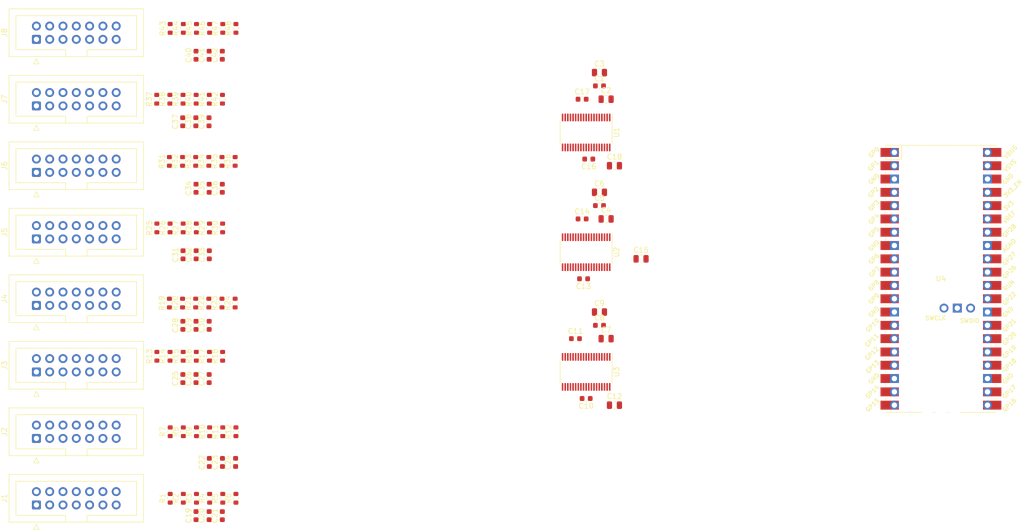
<source format=kicad_pcb>
(kicad_pcb (version 20221018) (generator pcbnew)
  (layers (0 "F.Cu" signal) (31 "B.Cu" signal) (34 "B.Paste" user) (35 "F.Paste" user) (36 "B.SilkS" user "B.Silkscreen") (37 "F.SilkS" user "F.Silkscreen") (38 "B.Mask" user) (39 "F.Mask" user) (44 "Edge.Cuts" user))
  (net 0 "")
  (net 1 "Net-(U1-REFCAP)")
  (net 2 "GNDA")
  (net 3 "Net-(U1-REFIO)")
  (net 4 "Net-(U2-REFIO)")
  (net 5 "Net-(U2-REFCAP)")
  (net 6 "Net-(U3-REFIO)")
  (net 7 "Net-(U3-REFCAP)")
  (net 8 "+5VA")
  (net 9 "+3V3")
  (net 10 "GNDD")
  (net 11 "Net-(U1-SDI)")
  (net 12 "Net-(U1-~{RST{slash}PD})")
  (net 16 "Net-(U1-SDO)")
  (net 17 "Net-(U1-SCLK)")
  (net 18 "Net-(U1-~{CS})")
  (net 22 "Net-(U2-SDO)")
  (net 23 "Net-(U2-~{CS})")
  (net 27 "Net-(U3-SDO)")
  (net 28 "Net-(U3-~{CS})")
  (net 63 "Net-(U1-AIN_0P)")
  (net 64 "Net-(U1-AIN_0GND)")
  (net 65 "Net-(U1-AIN_1P)")
  (net 66 "Net-(U1-AIN_1GND)")
  (net 67 "Net-(U1-AIN_2P)")
  (net 68 "Net-(U1-AIN_2GND)")
  (net 69 "Net-(U1-AIN_3P)")
  (net 70 "Net-(U1-AIN_3GND)")
  (net 71 "Net-(U1-AIN_4P)")
  (net 72 "Net-(U1-AIN_4GND)")
  (net 73 "Net-(U1-AIN_5P)")
  (net 74 "Net-(U1-AIN_5GND)")
  (net 75 "Net-(U1-AIN_6P)")
  (net 76 "Net-(U1-AIN_6GND)")
  (net 77 "Net-(U1-AIN_7P)")
  (net 78 "Net-(U1-AIN_7GND)")
  (net 79 "Net-(U2-AIN_0P)")
  (net 80 "Net-(U2-AIN_0GND)")
  (net 81 "Net-(U2-AIN_1P)")
  (net 82 "Net-(U2-AIN_1GND)")
  (net 83 "Net-(U2-AIN_2P)")
  (net 84 "Net-(U2-AIN_2GND)")
  (net 85 "Net-(U2-AIN_3P)")
  (net 86 "Net-(U2-AIN_3GND)")
  (net 87 "Net-(U2-AIN_4P)")
  (net 88 "Net-(U2-AIN_4GND)")
  (net 89 "Net-(U2-AIN_5P)")
  (net 90 "Net-(U2-AIN_5GND)")
  (net 91 "Net-(U2-AIN_6P)")
  (net 92 "Net-(U2-AIN_6GND)")
  (net 93 "Net-(U2-AIN_7P)")
  (net 94 "Net-(U2-AIN_7GND)")
  (net 95 "Net-(U3-AIN_0P)")
  (net 96 "Net-(U3-AIN_0GND)")
  (net 97 "Net-(U3-AIN_1P)")
  (net 98 "Net-(U3-AIN_1GND)")
  (net 99 "Net-(U3-AIN_2P)")
  (net 100 "Net-(U3-AIN_2GND)")
  (net 101 "Net-(U3-AIN_3P)")
  (net 102 "Net-(U3-AIN_3GND)")
  (net 103 "Net-(U3-AIN_4P)")
  (net 104 "Net-(U3-AIN_4GND)")
  (net 105 "Net-(U3-AIN_5P)")
  (net 106 "Net-(U3-AIN_5GND)")
  (net 107 "Net-(U3-AIN_6P)")
  (net 108 "Net-(U3-AIN_6GND)")
  (net 109 "Net-(U3-AIN_7P)")
  (net 110 "Net-(U3-AIN_7GND)")
  (net 111 "Net-(J1-Pin_6)")
  (net 112 "Net-(J1-Pin_7)")
  (net 113 "Net-(J1-Pin_9)")
  (net 114 "Net-(J1-Pin_10)")
  (net 115 "Net-(J1-Pin_12)")
  (net 116 "Net-(J1-Pin_13)")
  (net 117 "Net-(J2-Pin_6)")
  (net 118 "Net-(J2-Pin_7)")
  (net 119 "Net-(J2-Pin_9)")
  (net 120 "Net-(J2-Pin_10)")
  (net 121 "Net-(J2-Pin_12)")
  (net 122 "Net-(J2-Pin_13)")
  (net 123 "Net-(J3-Pin_6)")
  (net 124 "Net-(J3-Pin_7)")
  (net 125 "Net-(J3-Pin_9)")
  (net 126 "Net-(J3-Pin_10)")
  (net 127 "Net-(J3-Pin_12)")
  (net 128 "Net-(J3-Pin_13)")
  (net 129 "Net-(J4-Pin_6)")
  (net 130 "Net-(J4-Pin_7)")
  (net 131 "Net-(J4-Pin_9)")
  (net 132 "Net-(J4-Pin_10)")
  (net 133 "Net-(J4-Pin_12)")
  (net 134 "Net-(J4-Pin_13)")
  (net 135 "Net-(J5-Pin_6)")
  (net 136 "Net-(J5-Pin_7)")
  (net 137 "Net-(J5-Pin_9)")
  (net 138 "Net-(J5-Pin_10)")
  (net 139 "Net-(J5-Pin_12)")
  (net 140 "Net-(J5-Pin_13)")
  (net 141 "Net-(J6-Pin_6)")
  (net 142 "Net-(J6-Pin_7)")
  (net 143 "Net-(J6-Pin_9)")
  (net 144 "Net-(J6-Pin_10)")
  (net 145 "Net-(J6-Pin_12)")
  (net 146 "Net-(J6-Pin_13)")
  (net 147 "Net-(J7-Pin_6)")
  (net 148 "Net-(J7-Pin_7)")
  (net 149 "Net-(J7-Pin_9)")
  (net 150 "Net-(J7-Pin_10)")
  (net 151 "Net-(J7-Pin_12)")
  (net 152 "Net-(J7-Pin_13)")
  (net 153 "Net-(J8-Pin_6)")
  (net 154 "Net-(J8-Pin_7)")
  (net 155 "Net-(J8-Pin_9)")
  (net 156 "Net-(J8-Pin_10)")
  (net 157 "Net-(J8-Pin_12)")
  (net 158 "Net-(J8-Pin_13)")
  (footprint "Resistor_SMD:R_0603_1608Metric" (layer "F.Cu") (at 73.81 92.265 90)
    (fp_text reference "R13" (at 0 -1.43 90) (layer "F.SilkS"))
    (fp_text value "1K")
    (pad "1" smd roundrect (at -0.825 0 90) (size 0.8 0.95) (layers "F.Cu" "F.Paste" "F.Mask") (net 123 "Net-(J3-Pin_6)"))
    (pad "2" smd roundrect (at 0.825 0 90) (size 0.8 0.95) (layers "F.Cu" "F.Paste" "F.Mask") (net 75 "Net-(U1-AIN_6P)"))
  )
  (footprint "Capacitor_SMD:C_0805_2012Metric" (layer "F.Cu") (at 158.3165 38.099)
    (fp_text reference "C3" (at 0 -1.68) (layer "F.SilkS"))
    (fp_text value "22uF")
    (pad "1" smd roundrect (at -0.95 0) (size 1 1.45) (layers "F.Cu" "F.Paste" "F.Mask") (net 1 "Net-(U1-REFCAP)"))
    (pad "2" smd roundrect (at 0.95 0) (size 1 1.45) (layers "F.Cu" "F.Paste" "F.Mask") (net 2 "GNDA"))
  )
  (footprint "Resistor_SMD:R_0603_1608Metric" (layer "F.Cu") (at 81.37 119.38 90)
    (fp_text reference "R3" (at 0 -1.43 90) (layer "F.SilkS"))
    (fp_text value "1K")
    (pad "1" smd roundrect (at -0.825 0 90) (size 0.8 0.95) (layers "F.Cu" "F.Paste" "F.Mask") (net 113 "Net-(J1-Pin_9)"))
    (pad "2" smd roundrect (at 0.825 0 90) (size 0.8 0.95) (layers "F.Cu" "F.Paste" "F.Mask") (net 65 "Net-(U1-AIN_1P)"))
  )
  (footprint "Connector_IDC:IDC-Header_2x07_P2.54mm_Vertical" (layer "F.Cu") (at 50.8 82.55 90)
    (fp_text reference "J4" (at 1.27 -6.1 90) (layer "F.SilkS"))
    (fp_text value "Conn_01x14_Pin")
    (pad "1" thru_hole roundrect (at 0 0 90) (size 1.7 1.7) (drill 1) (layers "*.Cu" "*.Mask") (roundrect_rratio 0.147059) (net 8 "+5VA"))
    (pad "2" thru_hole circle (at 2.54 0 90) (size 1.7 1.7) (drill 1) (layers "*.Cu" "*.Mask") (net 8 "+5VA"))
    (pad "3" thru_hole circle (at 0 2.54 90) (size 1.7 1.7) (drill 1) (layers "*.Cu" "*.Mask") (net 8 "+5VA"))
    (pad "4" thru_hole circle (at 2.54 2.54 90) (size 1.7 1.7) (drill 1) (layers "*.Cu" "*.Mask") (net 8 "+5VA"))
    (pad "5" thru_hole circle (at 0 5.08 90) (size 1.7 1.7) (drill 1) (layers "*.Cu" "*.Mask") (net 2 "GNDA"))
    (pad "6" thru_hole circle (at 2.54 5.08 90) (size 1.7 1.7) (drill 1) (layers "*.Cu" "*.Mask") (net 129 "Net-(J4-Pin_6)"))
    (pad "7" thru_hole circle (at 0 7.62 90) (size 1.7 1.7) (drill 1) (layers "*.Cu" "*.Mask") (net 130 "Net-(J4-Pin_7)"))
    (pad "8" thru_hole circle (at 2.54 7.62 90) (size 1.7 1.7) (drill 1) (layers "*.Cu" "*.Mask") (net 2 "GNDA"))
    (pad "9" thru_hole circle (at 0 10.16 90) (size 1.7 1.7) (drill 1) (layers "*.Cu" "*.Mask") (net 131 "Net-(J4-Pin_9)"))
    (pad "10" thru_hole circle (at 2.54 10.16 90) (size 1.7 1.7) (drill 1) (layers "*.Cu" "*.Mask") (net 132 "Net-(J4-Pin_10)"))
    (pad "11" thru_hole circle (at 0 12.7 90) (size 1.7 1.7) (drill 1) (layers "*.Cu" "*.Mask") (net 2 "GNDA"))
    (pad "12" thru_hole circle (at 2.54 12.7 90) (size 1.7 1.7) (drill 1) (layers "*.Cu" "*.Mask") (net 133 "Net-(J4-Pin_12)"))
    (pad "13" thru_hole circle (at 0 15.24 90) (size 1.7 1.7) (drill 1) (layers "*.Cu" "*.Mask") (net 134 "Net-(J4-Pin_13)"))
    (pad "14" thru_hole circle (at 2.54 15.24 90) (size 1.7 1.7) (drill 1) (layers "*.Cu" "*.Mask") (net 2 "GNDA"))
  )
  (footprint "RPi_Pico:RPi_PicoW_SMD_TH" (layer "F.Cu") (at 223.52 77.47)
    (fp_text reference "U4" (at 0 0) (layer "F.SilkS"))
    (fp_text value "PicoW")
    (fp_text user "GP1" (at -12.9 -21.6 45) (layer "F.SilkS") (effects (font (size 0.8 0.8))))
    (fp_text user "AGND" (at 13.054 -6.35 45) (layer "F.SilkS") (effects (font (size 0.8 0.8))))
    (fp_text user "GP11" (at -13.2 11.7525 45) (layer "F.SilkS") (effects (font (size 0.8 0.8))))
    (fp_text user "VSYS" (at 13.2 -21.59 45) (layer "F.SilkS") (effects (font (size 0.8 0.8))))
    (fp_text user "GP5" (at -12.8 -8.89 45) (layer "F.SilkS") (effects (font (size 0.8 0.8))))
    (fp_text user "GP27" (at 13.054 -3.8 45) (layer "F.SilkS") (effects (font (size 0.8 0.8))))
    (fp_text user "GP6" (at -12.8 -3.81 45) (layer "F.SilkS") (effects (font (size 0.8 0.8))))
    (fp_text user "RUN" (at 13 1.27 45) (layer "F.SilkS") (effects (font (size 0.8 0.8))))
    (fp_text user "GP21" (at 13.054 8.9 45) (layer "F.SilkS") (effects (font (size 0.8 0.8))))
    (fp_text user "GP14" (at -13.1 21.59 45) (layer "F.SilkS") (effects (font (size 0.8 0.8))))
    (fp_text user "GND" (at -12.8 -19.05 45) (layer "F.SilkS") (effects (font (size 0.8 0.8))))
    (fp_text user "VREF" (at 13.0675 -11.7425 45) (layer "F.SilkS") (effects (font (size 0.8 0.8))))
    (fp_text user "GP7" (at -12.7 -1.3 45) (layer "F.SilkS") (effects (font (size 0.8 0.8))))
    (fp_text user "GP13" (at -13.054 16.8325 45) (layer "F.SilkS") (effects (font (size 0.8 0.8))))
    (fp_text user "GP0" (at -12.8 -24.13 45) (layer "F.SilkS") (effects (font (size 0.8 0.8))))
    (fp_text user "GP28" (at 13.054 -9.144 45) (layer "F.SilkS") (effects (font (size 0.8 0.8))))
    (fp_text user "3V3_EN" (at 13.7 -17.2 45) (layer "F.SilkS") (effects (font (size 0.8 0.8))))
    (fp_text user "GP3" (at -12.8 -13.97 45) (layer "F.SilkS") (effects (font (size 0.8 0.8))))
    (fp_text user "GP15" (at -13.054 24.13 45) (layer "F.SilkS") (effects (font (size 0.8 0.8))))
    (fp_text user "SWDIO" (at 5.5 8) (layer "F.SilkS") (effects (font (size 0.8 0.8))))
    (fp_text user "GP17" (at 13.054 21.59 45) (layer "F.SilkS") (effects (font (size 0.8 0.8))))
    (fp_text user "GP26" (at 13.054 -1.27 45) (layer "F.SilkS") (effects (font (size 0.8 0.8))))
    (fp_text user "GP19" (at 13.054 13.97 45) (layer "F.SilkS") (effects (font (size 0.8 0.8))))
    (fp_text user "GP9" (at -12.8 3.81 45) (layer "F.SilkS") (effects (font (size 0.8 0.8))))
    (fp_text user "GP8" (at -12.8 1.27 45) (layer "F.SilkS") (effects (font (size 0.8 0.8))))
    (fp_text user "GP2" (at -12.9 -16.51 45) (layer "F.SilkS") (effects (font (size 0.8 0.8))))
    (fp_text user "GND" (at 12.8 19.05 45) (layer "F.SilkS") (effects (font (size 0.8 0.8))))
    (fp_text user "GND" (at -12.8 19.05 45) (layer "F.SilkS") (effects (font (size 0.8 0.8))))
    (fp_text user "GP4" (at -12.8 -11.43 45) (layer "F.SilkS") (effects (font (size 0.8 0.8))))
    (fp_text user "GND" (at -12.8 -6.35 45) (layer "F.SilkS") (effects (font (size 0.8 0.8))))
    (fp_text user "GND" (at -12.8 6.35 45) (layer "F.SilkS") (effects (font (size 0.8 0.8))))
    (fp_text user "GP10" (at -13.054 8.89 45) (layer "F.SilkS") (effects (font (size 0.8 0.8))))
    (fp_text user "GP22" (at 13.054 3.81 45) (layer "F.SilkS") (effects (font (size 0.8 0.8))))
    (fp_text user "SWCLK" (at -1 7.5) (layer "F.SilkS") (effects (font (size 0.8 0.8))))
    (fp_text user "GP18" (at 13.054 16.51 45) (layer "F.SilkS") (effects (font (size 0.8 0.8))))
    (fp_text user "GND" (at 12.8 6.35 45) (layer "F.SilkS") (effects (font (size 0.8 0.8))))
    (fp_text user "VBUS" (at 13.3 -24.2 45) (layer "F.SilkS") (effects (font (size 0.8 0.8))))
    (fp_text user "GND" (at 12.8 -19.05 45) (layer "F.SilkS") (effects (font (size 0.8 0.8))))
    (fp_text user "GP20" (at 13.054 11.43 45) (layer "F.SilkS") (effects (font (size 0.8 0.8))))
    (fp_text user "3V3" (at 12.9 -13.9 45) (layer "F.SilkS") (effects (font (size 0.8 0.8))))
    (fp_text user "GP12" (at -13.2 14.2925 45) (layer "F.SilkS") (effects (font (size 0.8 0.8))))
    (fp_text user "GP16" (at 13.054 24.13 45) (layer "F.SilkS") (effects (font (size 0.8 0.8))))
    (pad "" np_thru_hole oval (at -2.725 -24) (size 1.8 1.8) (drill 1.8) (layers "*.Cu" "*.Mask"))
    (pad "" np_thru_hole oval (at -2.425 -20.97) (size 1.5 1.5) (drill 1.5) (layers "*.Cu" "*.Mask"))
    (pad "" np_thru_hole oval (at 2.425 -20.97) (size 1.5 1.5) (drill 1.5) (layers "*.Cu" "*.Mask"))
    (pad "" np_thru_hole oval (at 2.725 -24) (size 1.8 1.8) (drill 1.8) (layers "*.Cu" "*.Mask"))
    (pad "1" thru_hole oval (at -8.89 -24.13) (size 1.7 1.7) (drill 1.02) (layers "*.Cu" "*.Mask") (net 16 "Net-(U1-SDO)"))
    (pad "1" smd rect (at -8.89 -24.13) (size 3.5 1.7) (drill (offset -0.9 0)) (layers "F.Cu" "F.Mask") (net 16 "Net-(U1-SDO)"))
    (pad "2" thru_hole oval (at -8.89 -21.59) (size 1.7 1.7) (drill 1.02) (layers "*.Cu" "*.Mask") (net 18 "Net-(U1-~{CS})"))
    (pad "2" smd rect (at -8.89 -21.59) (size 3.5 1.7) (drill (offset -0.9 0)) (layers "F.Cu" "F.Mask") (net 18 "Net-(U1-~{CS})"))
    (pad "3" thru_hole rect (at -8.89 -19.05) (size 1.7 1.7) (drill 1.02) (layers "*.Cu" "*.Mask"))
    (pad "3" smd rect (at -8.89 -19.05) (size 3.5 1.7) (drill (offset -0.9 0)) (layers "F.Cu" "F.Mask"))
    (pad "4" thru_hole oval (at -8.89 -16.51) (size 1.7 1.7) (drill 1.02) (layers "*.Cu" "*.Mask") (net 22 "Net-(U2-SDO)"))
    (pad "4" smd rect (at -8.89 -16.51) (size 3.5 1.7) (drill (offset -0.9 0)) (layers "F.Cu" "F.Mask") (net 22 "Net-(U2-SDO)"))
    (pad "5" thru_hole oval (at -8.89 -13.97) (size 1.7 1.7) (drill 1.02) (layers "*.Cu" "*.Mask") (net 23 "Net-(U2-~{CS})"))
    (pad "5" smd rect (at -8.89 -13.97) (size 3.5 1.7) (drill (offset -0.9 0)) (layers "F.Cu" "F.Mask") (net 23 "Net-(U2-~{CS})"))
    (pad "6" thru_hole oval (at -8.89 -11.43) (size 1.7 1.7) (drill 1.02) (layers "*.Cu" "*.Mask") (net 27 "Net-(U3-SDO)"))
    (pad "6" smd rect (at -8.89 -11.43) (size 3.5 1.7) (drill (offset -0.9 0)) (layers "F.Cu" "F.Mask") (net 27 "Net-(U3-SDO)"))
    (pad "7" thru_hole oval (at -8.89 -8.89) (size 1.7 1.7) (drill 1.02) (layers "*.Cu" "*.Mask") (net 28 "Net-(U3-~{CS})"))
    (pad "7" smd rect (at -8.89 -8.89) (size 3.5 1.7) (drill (offset -0.9 0)) (layers "F.Cu" "F.Mask") (net 28 "Net-(U3-~{CS})"))
    (pad "8" thru_hole rect (at -8.89 -6.35) (size 1.7 1.7) (drill 1.02) (layers "*.Cu" "*.Mask"))
    (pad "8" smd rect (at -8.89 -6.35) (size 3.5 1.7) (drill (offset -0.9 0)) (layers "F.Cu" "F.Mask"))
    (pad "9" thru_hole oval (at -8.89 -3.81) (size 1.7 1.7) (drill 1.02) (layers "*.Cu" "*.Mask") (net 11 "Net-(U1-SDI)"))
    (pad "9" smd rect (at -8.89 -3.81) (size 3.5 1.7) (drill (offset -0.9 0)) (layers "F.Cu" "F.Mask") (net 11 "Net-(U1-SDI)"))
    (pad "10" thru_hole oval (at -8.89 -1.27) (size 1.7 1.7) (drill 1.02) (layers "*.Cu" "*.Mask") (net 17 "Net-(U1-SCLK)"))
    (pad "10" smd rect (at -8.89 -1.27) (size 3.5 1.7) (drill (offset -0.9 0)) (layers "F.Cu" "F.Mask") (net 17 "Net-(U1-SCLK)"))
    (pad "11" thru_hole oval (at -8.89 1.27) (size 1.7 1.7) (drill 1.02) (layers "*.Cu" "*.Mask") (net 12 "Net-(U1-~{RST{slash}PD})"))
    (pad "11" smd rect (at -8.89 1.27) (size 3.5 1.7) (drill (offset -0.9 0)) (layers "F.Cu" "F.Mask") (net 12 "Net-(U1-~{RST{slash}PD})"))
    (pad "12" thru_hole oval (at -8.89 3.81) (size 1.7 1.7) (drill 1.02) (layers "*.Cu" "*.Mask"))
    (pad "12" smd rect (at -8.89 3.81) (size 3.5 1.7) (drill (offset -0.9 0)) (layers "F.Cu" "F.Mask"))
    (pad "13" thru_hole rect (at -8.89 6.35) (size 1.7 1.7) (drill 1.02) (layers "*.Cu" "*.Mask"))
    (pad "13" smd rect (at -8.89 6.35) (size 3.5 1.7) (drill (offset -0.9 0)) (layers "F.Cu" "F.Mask"))
    (pad "14" thru_hole oval (at -8.89 8.89) (size 1.7 1.7) (drill 1.02) (layers "*.Cu" "*.Mask"))
    (pad "14" smd rect (at -8.89 8.89) (size 3.5 1.7) (drill (offset -0.9 0)) (layers "F.Cu" "F.Mask"))
    (pad "15" thru_hole oval (at -8.89 11.43) (size 1.7 1.7) (drill 1.02) (layers "*.Cu" "*.Mask"))
    (pad "15" smd rect (at -8.89 11.43) (size 3.5 1.7) (drill (offset -0.9 0)) (layers "F.Cu" "F.Mask"))
    (pad "16" thru_hole oval (at -8.89 13.97) (size 1.7 1.7) (drill 1.02) (layers "*.Cu" "*.Mask"))
    (pad "16" smd rect (at -8.89 13.97) (size 3.5 1.7) (drill (offset -0.9 0)) (layers "F.Cu" "F.Mask"))
    (pad "17" thru_hole oval (at -8.89 16.51) (size 1.7 1.7) (drill 1.02) (layers "*.Cu" "*.Mask"))
    (pad "17" smd rect (at -8.89 16.51) (size 3.5 1.7) (drill (offset -0.9 0)) (layers "F.Cu" "F.Mask"))
    (pad "18" thru_hole rect (at -8.89 19.05) (size 1.7 1.7) (drill 1.02) (layers "*.Cu" "*.Mask"))
    (pad "18" smd rect (at -8.89 19.05) (size 3.5 1.7) (drill (offset -0.9 0)) (layers "F.Cu" "F.Mask"))
    (pad "19" thru_hole oval (at -8.89 21.59) (size 1.7 1.7) (drill 1.02) (layers "*.Cu" "*.Mask"))
    (pad "19" smd rect (at -8.89 21.59) (size 3.5 1.7) (drill (offset -0.9 0)) (layers "F.Cu" "F.Mask"))
    (pad "20" thru_hole oval (at -8.89 24.13) (size 1.7 1.7) (drill 1.02) (layers "*.Cu" "*.Mask"))
    (pad "20" smd rect (at -8.89 24.13) (size 3.5 1.7) (drill (offset -0.9 0)) (layers "F.Cu" "F.Mask"))
    (pad "21" thru_hole oval (at 8.89 24.13) (size 1.7 1.7) (drill 1.02) (layers "*.Cu" "*.Mask"))
    (pad "21" smd rect (at 8.89 24.13) (size 3.5 1.7) (drill (offset 0.9 0)) (layers "F.Cu" "F.Mask"))
    (pad "22" thru_hole oval (at 8.89 21.59) (size 1.7 1.7) (drill 1.02) (layers "*.Cu" "*.Mask"))
    (pad "22" smd rect (at 8.89 21.59) (size 3.5 1.7) (drill (offset 0.9 0)) (layers "F.Cu" "F.Mask"))
    (pad "23" thru_hole rect (at 8.89 19.05) (size 1.7 1.7) (drill 1.02) (layers "*.Cu" "*.Mask"))
    (pad "23" smd rect (at 8.89 19.05) (size 3.5 1.7) (drill (offset 0.9 0)) (layers "F.Cu" "F.Mask"))
    (pad "24" thru_hole oval (at 8.89 16.51) (size 1.7 1.7) (drill 1.02) (layers "*.Cu" "*.Mask"))
    (pad "24" smd rect (at 8.89 16.51) (size 3.5 1.7) (drill (offset 0.9 0)) (layers "F.Cu" "F.Mask"))
    (pad "25" thru_hole oval (at 8.89 13.97) (size 1.7 1.7) (drill 1.02) (layers "*.Cu" "*.Mask"))
    (pad "25" smd rect (at 8.89 13.97) (size 3.5 1.7) (drill (offset 0.9 0)) (layers "F.Cu" "F.Mask"))
    (pad "26" thru_hole oval (at 8.89 11.43) (size 1.7 1.7) (drill 1.02) (layers "*.Cu" "*.Mask"))
    (pad "26" smd rect (at 8.89 11.43) (size 3.5 1.7) (drill (offset 0.9 0)) (layers "F.Cu" "F.Mask"))
    (pad "27" thru_hole oval (at 8.89 8.89) (size 1.7 1.7) (drill 1.02) (layers "*.Cu" "*.Mask"))
    (pad "27" smd rect (at 8.89 8.89) (size 3.5 1.7) (drill (offset 0.9 0)) (layers "F.Cu" "F.Mask"))
    (pad "28" thru_hole rect (at 8.89 6.35) (size 1.7 1.7) (drill 1.02) (layers "*.Cu" "*.Mask"))
    (pad "28" smd rect (at 8.89 6.35) (size 3.5 1.7) (drill (offset 0.9 0)) (layers "F.Cu" "F.Mask"))
    (pad "29" thru_hole oval (at 8.89 3.81) (size 1.7 1.7) (drill 1.02) (layers "*.Cu" "*.Mask"))
    (pad "29" smd rect (at 8.89 3.81) (size 3.5 1.7) (drill (offset 0.9 0)) (layers "F.Cu" "F.Mask"))
    (pad "30" thru_hole oval (at 8.89 1.27) (size 1.7 1.7) (drill 1.02) (layers "*.Cu" "*.Mask"))
    (pad "30" smd rect (at 8.89 1.27) (size 3.5 1.7) (drill (offset 0.9 0)) (layers "F.Cu" "F.Mask"))
    (pad "31" thru_hole oval (at 8.89 -1.27) (size 1.7 1.7) (drill 1.02) (layers "*.Cu" "*.Mask"))
    (pad "31" smd rect (at 8.89 -1.27) (size 3.5 1.7) (drill (offset 0.9 0)) (layers "F.Cu" "F.Mask"))
    (pad "32" thru_hole oval (at 8.89 -3.81) (size 1.7 1.7) (drill 1.02) (layers "*.Cu" "*.Mask"))
    (pad "32" smd rect (at 8.89 -3.81) (size 3.5 1.7) (drill (offset 0.9 0)) (layers "F.Cu" "F.Mask"))
    (pad "33" thru_hole rect (at 8.89 -6.35) (size 1.7 1.7) (drill 1.02) (layers "*.Cu" "*.Mask"))
    (pad "33" smd rect (at 8.89 -6.35) (size 3.5 1.7) (drill (offset 0.9 0)) (layers "F.Cu" "F.Mask"))
    (pad "34" thru_hole oval (at 8.89 -8.89) (size 1.7 1.7) (drill 1.02) (layers "*.Cu" "*.Mask"))
    (pad "34" smd rect (at 8.89 -8.89) (size 3.5 1.7) (drill (offset 0.9 0)) (layers "F.Cu" "F.Mask"))
    (pad "35" thru_hole oval (at 8.89 -11.43) (size 1.7 1.7) (drill 1.02) (layers "*.Cu" "*.Mask"))
    (pad "35" smd rect (at 8.89 -11.43) (size 3.5 1.7) (drill (offset 0.9 0)) (layers "F.Cu" "F.Mask"))
    (pad "36" thru_hole oval (at 8.89 -13.97) (size 1.7 1.7) (drill 1.02) (layers "*.Cu" "*.Mask"))
    (pad "36" smd rect (at 8.89 -13.97) (size 3.5 1.7) (drill (offset 0.9 0)) (layers "F.Cu" "F.Mask"))
    (pad "37" thru_hole oval (at 8.89 -16.51) (size 1.7 1.7) (drill 1.02) (layers "*.Cu" "*.Mask"))
    (pad "37" smd rect (at 8.89 -16.51) (size 3.5 1.7) (drill (offset 0.9 0)) (layers "F.Cu" "F.Mask"))
    (pad "38" thru_hole rect (at 8.89 -19.05) (size 1.7 1.7) (drill 1.02) (layers "*.Cu" "*.Mask"))
    (pad "38" smd rect (at 8.89 -19.05) (size 3.5 1.7) (drill (offset 0.9 0)) (layers "F.Cu" "F.Mask"))
    (pad "39" thru_hole oval (at 8.89 -21.59) (size 1.7 1.7) (drill 1.02) (layers "*.Cu" "*.Mask"))
    (pad "39" smd rect (at 8.89 -21.59) (size 3.5 1.7) (drill (offset 0.9 0)) (layers "F.Cu" "F.Mask"))
    (pad "40" thru_hole oval (at 8.89 -24.13) (size 1.7 1.7) (drill 1.02) (layers "*.Cu" "*.Mask"))
    (pad "40" smd rect (at 8.89 -24.13) (size 3.5 1.7) (drill (offset 0.9 0)) (layers "F.Cu" "F.Mask"))
    (pad "41" thru_hole oval (at 0.5841 5.6) (size 1.7 1.7) (drill 1.02) (layers "*.Cu" "*.Mask"))
    (pad "42" thru_hole rect (at 3.1241 5.6) (size 1.7 1.7) (drill 1.02) (layers "*.Cu" "*.Mask"))
    (pad "43" thru_hole oval (at 5.6641 5.6) (size 1.7 1.7) (drill 1.02) (layers "*.Cu" "*.Mask"))
  )
  (footprint "Resistor_SMD:R_0603_1608Metric" (layer "F.Cu") (at 81.22 55.055 90)
    (fp_text reference "R33" (at 0 -1.43 90) (layer "F.SilkS"))
    (fp_text value "1K")
    (pad "1" smd roundrect (at -0.825 0 90) (size 0.8 0.95) (layers "F.Cu" "F.Paste" "F.Mask") (net 143 "Net-(J6-Pin_9)"))
    (pad "2" smd roundrect (at 0.825 0 90) (size 0.8 0.95) (layers "F.Cu" "F.Paste" "F.Mask") (net 95 "Net-(U3-AIN_0P)"))
  )
  (footprint "Resistor_SMD:R_0603_1608Metric" (layer "F.Cu") (at 78.71 55.055 90)
    (fp_text reference "R32" (at 0 -1.43 90) (layer "F.SilkS"))
    (fp_text value "1K")
    (pad "1" smd roundrect (at -0.825 0 90) (size 0.8 0.95) (layers "F.Cu" "F.Paste" "F.Mask") (net 142 "Net-(J6-Pin_7)"))
    (pad "2" smd roundrect (at 0.825 0 90) (size 0.8 0.95) (layers "F.Cu" "F.Paste" "F.Mask") (net 94 "Net-(U2-AIN_7GND)"))
  )
  (footprint "Capacitor_SMD:C_0603_1608Metric" (layer "F.Cu") (at 83.79 60.185 90)
    (fp_text reference "C35" (at 0 -1.43 90) (layer "F.SilkS"))
    (fp_text value "1000p")
    (pad "1" smd roundrect (at -0.775 0 90) (size 0.9 0.95) (layers "F.Cu" "F.Paste" "F.Mask") (net 95 "Net-(U3-AIN_0P)"))
    (pad "2" smd roundrect (at 0.775 0 90) (size 0.9 0.95) (layers "F.Cu" "F.Paste" "F.Mask") (net 96 "Net-(U3-AIN_0GND)"))
  )
  (footprint "Resistor_SMD:R_0603_1608Metric" (layer "F.Cu") (at 88.9 106.68 90)
    (fp_text reference "R12" (at 0 -1.43 90) (layer "F.SilkS"))
    (fp_text value "1K")
    (pad "1" smd roundrect (at -0.825 0 90) (size 0.8 0.95) (layers "F.Cu" "F.Paste" "F.Mask") (net 122 "Net-(J2-Pin_13)"))
    (pad "2" smd roundrect (at 0.825 0 90) (size 0.8 0.95) (layers "F.Cu" "F.Paste" "F.Mask") (net 74 "Net-(U1-AIN_5GND)"))
  )
  (footprint "Connector_IDC:IDC-Header_2x07_P2.54mm_Vertical" (layer "F.Cu") (at 50.8 44.45 90)
    (fp_text reference "J7" (at 1.27 -6.1 90) (layer "F.SilkS"))
    (fp_text value "Conn_01x14_Pin")
    (pad "1" thru_hole roundrect (at 0 0 90) (size 1.7 1.7) (drill 1) (layers "*.Cu" "*.Mask") (roundrect_rratio 0.147059) (net 8 "+5VA"))
    (pad "2" thru_hole circle (at 2.54 0 90) (size 1.7 1.7) (drill 1) (layers "*.Cu" "*.Mask") (net 8 "+5VA"))
    (pad "3" thru_hole circle (at 0 2.54 90) (size 1.7 1.7) (drill 1) (layers "*.Cu" "*.Mask") (net 8 "+5VA"))
    (pad "4" thru_hole circle (at 2.54 2.54 90) (size 1.7 1.7) (drill 1) (layers "*.Cu" "*.Mask") (net 8 "+5VA"))
    (pad "5" thru_hole circle (at 0 5.08 90) (size 1.7 1.7) (drill 1) (layers "*.Cu" "*.Mask") (net 2 "GNDA"))
    (pad "6" thru_hole circle (at 2.54 5.08 90) (size 1.7 1.7) (drill 1) (layers "*.Cu" "*.Mask") (net 147 "Net-(J7-Pin_6)"))
    (pad "7" thru_hole circle (at 0 7.62 90) (size 1.7 1.7) (drill 1) (layers "*.Cu" "*.Mask") (net 148 "Net-(J7-Pin_7)"))
    (pad "8" thru_hole circle (at 2.54 7.62 90) (size 1.7 1.7) (drill 1) (layers "*.Cu" "*.Mask") (net 2 "GNDA"))
    (pad "9" thru_hole circle (at 0 10.16 90) (size 1.7 1.7) (drill 1) (layers "*.Cu" "*.Mask") (net 149 "Net-(J7-Pin_9)"))
    (pad "10" thru_hole circle (at 2.54 10.16 90) (size 1.7 1.7) (drill 1) (layers "*.Cu" "*.Mask") (net 150 "Net-(J7-Pin_10)"))
    (pad "11" thru_hole circle (at 0 12.7 90) (size 1.7 1.7) (drill 1) (layers "*.Cu" "*.Mask") (net 2 "GNDA"))
    (pad "12" thru_hole circle (at 2.54 12.7 90) (size 1.7 1.7) (drill 1) (layers "*.Cu" "*.Mask") (net 151 "Net-(J7-Pin_12)"))
    (pad "13" thru_hole circle (at 0 15.24 90) (size 1.7 1.7) (drill 1) (layers "*.Cu" "*.Mask") (net 152 "Net-(J7-Pin_13)"))
    (pad "14" thru_hole circle (at 2.54 15.24 90) (size 1.7 1.7) (drill 1) (layers "*.Cu" "*.Mask") (net 2 "GNDA"))
  )
  (footprint "Capacitor_SMD:C_0603_1608Metric" (layer "F.Cu") (at 83.82 72.885 90)
    (fp_text reference "C33" (at 0 -1.43 90) (layer "F.SilkS"))
    (fp_text value "1000p")
    (pad "1" smd roundrect (at -0.775 0 90) (size 0.9 0.95) (layers "F.Cu" "F.Paste" "F.Mask") (net 91 "Net-(U2-AIN_6P)"))
    (pad "2" smd roundrect (at 0.775 0 90) (size 0.9 0.95) (layers "F.Cu" "F.Paste" "F.Mask") (net 92 "Net-(U2-AIN_6GND)"))
  )
  (footprint "Resistor_SMD:R_0603_1608Metric" (layer "F.Cu") (at 78.8 43.18 90)
    (fp_text reference "R39" (at 0 -1.43 90) (layer "F.SilkS"))
    (fp_text value "1K")
    (pad "1" smd roundrect (at -0.825 0 90) (size 0.8 0.95) (layers "F.Cu" "F.Paste" "F.Mask") (net 149 "Net-(J7-Pin_9)"))
    (pad "2" smd roundrect (at 0.825 0 90) (size 0.8 0.95) (layers "F.Cu" "F.Paste" "F.Mask") (net 101 "Net-(U3-AIN_3P)"))
  )
  (footprint "Capacitor_SMD:C_0603_1608Metric" (layer "F.Cu") (at 78.8 72.885 90)
    (fp_text reference "C31" (at 0 -1.43 90) (layer "F.SilkS"))
    (fp_text value "1000p")
    (pad "1" smd roundrect (at -0.775 0 90) (size 0.9 0.95) (layers "F.Cu" "F.Paste" "F.Mask") (net 87 "Net-(U2-AIN_4P)"))
    (pad "2" smd roundrect (at 0.775 0 90) (size 0.9 0.95) (layers "F.Cu" "F.Paste" "F.Mask") (net 88 "Net-(U2-AIN_4GND)"))
  )
  (footprint "Capacitor_SMD:C_0603_1608Metric" (layer "F.Cu") (at 81.25 47.485 90)
    (fp_text reference "C38" (at 0 -1.43 90) (layer "F.SilkS"))
    (fp_text value "1000p")
    (pad "1" smd roundrect (at -0.775 0 90) (size 0.9 0.95) (layers "F.Cu" "F.Paste" "F.Mask") (net 101 "Net-(U3-AIN_3P)"))
    (pad "2" smd roundrect (at 0.775 0 90) (size 0.9 0.95) (layers "F.Cu" "F.Paste" "F.Mask") (net 102 "Net-(U3-AIN_3GND)"))
  )
  (footprint "Resistor_SMD:R_0603_1608Metric" (layer "F.Cu") (at 88.9 29.655 90)
    (fp_text reference "R48" (at 0 -1.43 90) (layer "F.SilkS"))
    (fp_text value "1K")
    (pad "1" smd roundrect (at -0.825 0 90) (size 0.8 0.95) (layers "F.Cu" "F.Paste" "F.Mask") (net 158 "Net-(J8-Pin_13)"))
    (pad "2" smd roundrect (at 0.825 0 90) (size 0.8 0.95) (layers "F.Cu" "F.Paste" "F.Mask") (net 110 "Net-(U3-AIN_7GND)"))
  )
  (footprint "Resistor_SMD:R_0603_1608Metric" (layer "F.Cu") (at 81.34 92.265 90)
    (fp_text reference "R16" (at 0 -1.43 90) (layer "F.SilkS"))
    (fp_text value "1K")
    (pad "1" smd roundrect (at -0.825 0 90) (size 0.8 0.95) (layers "F.Cu" "F.Paste" "F.Mask") (net 126 "Net-(J3-Pin_10)"))
    (pad "2" smd roundrect (at 0.825 0 90) (size 0.8 0.95) (layers "F.Cu" "F.Paste" "F.Mask") (net 78 "Net-(U1-AIN_7GND)"))
  )
  (footprint "Connector_IDC:IDC-Header_2x07_P2.54mm_Vertical" (layer "F.Cu") (at 50.8 69.85 90)
    (fp_text reference "J5" (at 1.27 -6.1 90) (layer "F.SilkS"))
    (fp_text value "Conn_01x14_Pin")
    (pad "1" thru_hole roundrect (at 0 0 90) (size 1.7 1.7) (drill 1) (layers "*.Cu" "*.Mask") (roundrect_rratio 0.147059) (net 8 "+5VA"))
    (pad "2" thru_hole circle (at 2.54 0 90) (size 1.7 1.7) (drill 1) (layers "*.Cu" "*.Mask") (net 8 "+5VA"))
    (pad "3" thru_hole circle (at 0 2.54 90) (size 1.7 1.7) (drill 1) (layers "*.Cu" "*.Mask") (net 8 "+5VA"))
    (pad "4" thru_hole circle (at 2.54 2.54 90) (size 1.7 1.7) (drill 1) (layers "*.Cu" "*.Mask") (net 8 "+5VA"))
    (pad "5" thru_hole circle (at 0 5.08 90) (size 1.7 1.7) (drill 1) (layers "*.Cu" "*.Mask") (net 2 "GNDA"))
    (pad "6" thru_hole circle (at 2.54 5.08 90) (size 1.7 1.7) (drill 1) (layers "*.Cu" "*.Mask") (net 135 "Net-(J5-Pin_6)"))
    (pad "7" thru_hole circle (at 0 7.62 90) (size 1.7 1.7) (drill 1) (layers "*.Cu" "*.Mask") (net 136 "Net-(J5-Pin_7)"))
    (pad "8" thru_hole circle (at 2.54 7.62 90) (size 1.7 1.7) (drill 1) (layers "*.Cu" "*.Mask") (net 2 "GNDA"))
    (pad "9" thru_hole circle (at 0 10.16 90) (size 1.7 1.7) (drill 1) (layers "*.Cu" "*.Mask") (net 137 "Net-(J5-Pin_9)"))
    (pad "10" thru_hole circle (at 2.54 10.16 90) (size 1.7 1.7) (drill 1) (layers "*.Cu" "*.Mask") (net 138 "Net-(J5-Pin_10)"))
    (pad "11" thru_hole circle (at 0 12.7 90) (size 1.7 1.7) (drill 1) (layers "*.Cu" "*.Mask") (net 2 "GNDA"))
    (pad "12" thru_hole circle (at 2.54 12.7 90) (size 1.7 1.7) (drill 1) (layers "*.Cu" "*.Mask") (net 139 "Net-(J5-Pin_12)"))
    (pad "13" thru_hole circle (at 0 15.24 90) (size 1.7 1.7) (drill 1) (layers "*.Cu" "*.Mask") (net 140 "Net-(J5-Pin_13)"))
    (pad "14" thru_hole circle (at 2.54 15.24 90) (size 1.7 1.7) (drill 1) (layers "*.Cu" "*.Mask") (net 2 "GNDA"))
  )
  (footprint "Connector_IDC:IDC-Header_2x07_P2.54mm_Vertical" (layer "F.Cu") (at 50.8 120.65 90)
    (fp_text reference "J1" (at 1.27 -6.1 90) (layer "F.SilkS"))
    (fp_text value "Conn_01x14_Pin")
    (pad "1" thru_hole roundrect (at 0 0 90) (size 1.7 1.7) (drill 1) (layers "*.Cu" "*.Mask") (roundrect_rratio 0.147059) (net 8 "+5VA"))
    (pad "2" thru_hole circle (at 2.54 0 90) (size 1.7 1.7) (drill 1) (layers "*.Cu" "*.Mask") (net 8 "+5VA"))
    (pad "3" thru_hole circle (at 0 2.54 90) (size 1.7 1.7) (drill 1) (layers "*.Cu" "*.Mask") (net 8 "+5VA"))
    (pad "4" thru_hole circle (at 2.54 2.54 90) (size 1.7 1.7) (drill 1) (layers "*.Cu" "*.Mask") (net 8 "+5VA"))
    (pad "5" thru_hole circle (at 0 5.08 90) (size 1.7 1.7) (drill 1) (layers "*.Cu" "*.Mask") (net 2 "GNDA"))
    (pad "6" thru_hole circle (at 2.54 5.08 90) (size 1.7 1.7) (drill 1) (layers "*.Cu" "*.Mask") (net 111 "Net-(J1-Pin_6)"))
    (pad "7" thru_hole circle (at 0 7.62 90) (size 1.7 1.7) (drill 1) (layers "*.Cu" "*.Mask") (net 112 "Net-(J1-Pin_7)"))
    (pad "8" thru_hole circle (at 2.54 7.62 90) (size 1.7 1.7) (drill 1) (layers "*.Cu" "*.Mask") (net 2 "GNDA"))
    (pad "9" thru_hole circle (at 0 10.16 90) (size 1.7 1.7) (drill 1) (layers "*.Cu" "*.Mask") (net 113 "Net-(J1-Pin_9)"))
    (pad "10" thru_hole circle (at 2.54 10.16 90) (size 1.7 1.7) (drill 1) (layers "*.Cu" "*.Mask") (net 114 "Net-(J1-Pin_10)"))
    (pad "11" thru_hole circle (at 0 12.7 90) (size 1.7 1.7) (drill 1) (layers "*.Cu" "*.Mask") (net 2 "GNDA"))
    (pad "12" thru_hole circle (at 2.54 12.7 90) (size 1.7 1.7) (drill 1) (layers "*.Cu" "*.Mask") (net 115 "Net-(J1-Pin_12)"))
    (pad "13" thru_hole circle (at 0 15.24 90) (size 1.7 1.7) (drill 1) (layers "*.Cu" "*.Mask") (net 116 "Net-(J1-Pin_13)"))
    (pad "14" thru_hole circle (at 2.54 15.24 90) (size 1.7 1.7) (drill 1) (layers "*.Cu" "*.Mask") (net 2 "GNDA"))
  )
  (footprint "Capacitor_SMD:C_0805_2012Metric" (layer "F.Cu") (at 161.1765 101.599)
    (fp_text reference "C12" (at 0 -1.68) (layer "F.SilkS"))
    (fp_text value "10uF")
    (pad "1" smd roundrect (at -0.95 0) (size 1 1.45) (layers "F.Cu" "F.Paste" "F.Mask") (net 9 "+3V3"))
    (pad "2" smd roundrect (at 0.95 0) (size 1 1.45) (layers "F.Cu" "F.Paste" "F.Mask") (net 10 "GNDD"))
  )
  (footprint "Capacitor_SMD:C_0603_1608Metric" (layer "F.Cu") (at 83.82 112.535 90)
    (fp_text reference "C22" (at 0 -1.43 90) (layer "F.SilkS"))
    (fp_text value "1000p")
    (pad "1" smd roundrect (at -0.775 0 90) (size 0.9 0.95) (layers "F.Cu" "F.Paste" "F.Mask") (net 69 "Net-(U1-AIN_3P)"))
    (pad "2" smd roundrect (at 0.775 0 90) (size 0.9 0.95) (layers "F.Cu" "F.Paste" "F.Mask") (net 70 "Net-(U1-AIN_3GND)"))
  )
  (footprint "Resistor_SMD:R_0603_1608Metric" (layer "F.Cu") (at 76.35 119.38 90)
    (fp_text reference "R1" (at 0 -1.43 90) (layer "F.SilkS"))
    (fp_text value "1K")
    (pad "1" smd roundrect (at -0.825 0 90) (size 0.8 0.95) (layers "F.Cu" "F.Paste" "F.Mask") (net 111 "Net-(J1-Pin_6)"))
    (pad "2" smd roundrect (at 0.825 0 90) (size 0.8 0.95) (layers "F.Cu" "F.Paste" "F.Mask") (net 63 "Net-(U1-AIN_0P)"))
  )
  (footprint "Capacitor_SMD:C_0603_1608Metric" (layer "F.Cu") (at 81.31 72.885 90)
    (fp_text reference "C32" (at 0 -1.43 90) (layer "F.SilkS"))
    (fp_text value "1000p")
    (pad "1" smd roundrect (at -0.775 0 90) (size 0.9 0.95) (layers "F.Cu" "F.Paste" "F.Mask") (net 89 "Net-(U2-AIN_5P)"))
    (pad "2" smd roundrect (at 0.775 0 90) (size 0.9 0.95) (layers "F.Cu" "F.Paste" "F.Mask") (net 90 "Net-(U2-AIN_5GND)"))
  )
  (footprint "Resistor_SMD:R_0603_1608Metric" (layer "F.Cu") (at 76.32 67.755 90)
    (fp_text reference "R26" (at 0 -1.43 90) (layer "F.SilkS"))
    (fp_text value "1K")
    (pad "1" smd roundrect (at -0.825 0 90) (size 0.8 0.95) (layers "F.Cu" "F.Paste" "F.Mask") (net 136 "Net-(J5-Pin_7)"))
    (pad "2" smd roundrect (at 0.825 0 90) (size 0.8 0.95) (layers "F.Cu" "F.Paste" "F.Mask") (net 88 "Net-(U2-AIN_4GND)"))
  )
  (footprint "Resistor_SMD:R_0603_1608Metric" (layer "F.Cu") (at 76.2 82.105 90)
    (fp_text reference "R19" (at 0 -1.43 90) (layer "F.SilkS"))
    (fp_text value "1K")
    (pad "1" smd roundrect (at -0.825 0 90) (size 0.8 0.95) (layers "F.Cu" "F.Paste" "F.Mask") (net 129 "Net-(J4-Pin_6)"))
    (pad "2" smd roundrect (at 0.825 0 90) (size 0.8 0.95) (layers "F.Cu" "F.Paste" "F.Mask") (net 81 "Net-(U2-AIN_1P)"))
  )
  (footprint "Resistor_SMD:R_0603_1608Metric" (layer "F.Cu") (at 78.83 92.265 90)
    (fp_text reference "R15" (at 0 -1.43 90) (layer "F.SilkS"))
    (fp_text value "1K")
    (pad "1" smd roundrect (at -0.825 0 90) (size 0.8 0.95) (layers "F.Cu" "F.Paste" "F.Mask") (net 125 "Net-(J3-Pin_9)"))
    (pad "2" smd roundrect (at 0.825 0 90) (size 0.8 0.95) (layers "F.Cu" "F.Paste" "F.Mask") (net 77 "Net-(U1-AIN_7P)"))
  )
  (footprint "Capacitor_SMD:C_0603_1608Metric" (layer "F.Cu") (at 156.2715 54.609 180)
    (fp_text reference "C16" (at 0 -1.43) (layer "F.SilkS"))
    (fp_text value "1uF")
    (pad "1" smd roundrect (at -0.775 0 180) (size 0.9 0.95) (layers "F.Cu" "F.Paste" "F.Mask") (net 8 "+5VA"))
    (pad "2" smd roundrect (at 0.775 0 180) (size 0.9 0.95) (layers "F.Cu" "F.Paste" "F.Mask") (net 2 "GNDA"))
  )
  (footprint "Resistor_SMD:R_0603_1608Metric" (layer "F.Cu") (at 83.73 82.105 90)
    (fp_text reference "R22" (at 0 -1.43 90) (layer "F.SilkS"))
    (fp_text value "1K")
    (pad "1" smd roundrect (at -0.825 0 90) (size 0.8 0.95) (layers "F.Cu" "F.Paste" "F.Mask") (net 132 "Net-(J4-Pin_10)"))
    (pad "2" smd roundrect (at 0.825 0 90) (size 0.8 0.95) (layers "F.Cu" "F.Paste" "F.Mask") (net 84 "Net-(U2-AIN_2GND)"))
  )
  (footprint "Capacitor_SMD:C_0603_1608Metric" (layer "F.Cu") (at 83.79 86.36 90)
    (fp_text reference "C30" (at 0 -1.43 90) (layer "F.SilkS"))
    (fp_text value "1000p")
    (pad "1" smd roundrect (at -0.775 0 90) (size 0.9 0.95) (layers "F.Cu" "F.Paste" "F.Mask") (net 85 "Net-(U2-AIN_3P)"))
    (pad "2" smd roundrect (at 0.775 0 90) (size 0.9 0.95) (layers "F.Cu" "F.Paste" "F.Mask") (net 86 "Net-(U2-AIN_3GND)"))
  )
  (footprint "Resistor_SMD:R_0603_1608Metric" (layer "F.Cu") (at 76.32 92.265 90)
    (fp_text reference "R14" (at 0 -1.43 90) (layer "F.SilkS"))
    (fp_text value "1K")
    (pad "1" smd roundrect (at -0.825 0 90) (size 0.8 0.95) (layers "F.Cu" "F.Paste" "F.Mask") (net 124 "Net-(J3-Pin_7)"))
    (pad "2" smd roundrect (at 0.825 0 90) (size 0.8 0.95) (layers "F.Cu" "F.Paste" "F.Mask") (net 76 "Net-(U1-AIN_6GND)"))
  )
  (footprint "Resistor_SMD:R_0603_1608Metric" (layer "F.Cu") (at 78.86 29.655 90)
    (fp_text reference "R44" (at 0 -1.43 90) (layer "F.SilkS"))
    (fp_text value "1K")
    (pad "1" smd roundrect (at -0.825 0 90) (size 0.8 0.95) (layers "F.Cu" "F.Paste" "F.Mask") (net 154 "Net-(J8-Pin_7)"))
    (pad "2" smd roundrect (at 0.825 0 90) (size 0.8 0.95) (layers "F.Cu" "F.Paste" "F.Mask") (net 106 "Net-(U3-AIN_5GND)"))
  )
  (footprint "Resistor_SMD:R_0603_1608Metric" (layer "F.Cu") (at 86.24 82.105 90)
    (fp_text reference "R23" (at 0 -1.43 90) (layer "F.SilkS"))
    (fp_text value "1K")
    (pad "1" smd roundrect (at -0.825 0 90) (size 0.8 0.95) (layers "F.Cu" "F.Paste" "F.Mask") (net 133 "Net-(J4-Pin_12)"))
    (pad "2" smd roundrect (at 0.825 0 90) (size 0.8 0.95) (layers "F.Cu" "F.Paste" "F.Mask") (net 85 "Net-(U2-AIN_3P)"))
  )
  (footprint "Capacitor_SMD:C_0603_1608Metric" (layer "F.Cu") (at 83.76 47.485 90)
    (fp_text reference "C39" (at 0 -1.43 90) (layer "F.SilkS"))
    (fp_text value "1000p")
    (pad "1" smd roundrect (at -0.775 0 90) (size 0.9 0.95) (layers "F.Cu" "F.Paste" "F.Mask") (net 103 "Net-(U3-AIN_4P)"))
    (pad "2" smd roundrect (at 0.775 0 90) (size 0.9 0.95) (layers "F.Cu" "F.Paste" "F.Mask") (net 104 "Net-(U3-AIN_4GND)"))
  )
  (footprint "Resistor_SMD:R_0603_1608Metric" (layer "F.Cu") (at 81.22 82.105 90)
    (fp_text reference "R21" (at 0 -1.43 90) (layer "F.SilkS"))
    (fp_text value "1K")
    (pad "1" smd roundrect (at -0.825 0 90) (size 0.8 0.95) (layers "F.Cu" "F.Paste" "F.Mask") (net 131 "Net-(J4-Pin_9)"))
    (pad "2" smd roundrect (at 0.825 0 90) (size 0.8 0.95) (layers "F.Cu" "F.Paste" "F.Mask") (net 83 "Net-(U2-AIN_2P)"))
  )
  (footprint "Capacitor_SMD:C_0603_1608Metric" (layer "F.Cu") (at 81.28 34.785 90)
    (fp_text reference "C40" (at 0 -1.43 90) (layer "F.SilkS"))
    (fp_text value "1000p")
    (pad "1" smd roundrect (at -0.775 0 90) (size 0.9 0.95) (layers "F.Cu" "F.Paste" "F.Mask") (net 105 "Net-(U3-AIN_5P)"))
    (pad "2" smd roundrect (at 0.775 0 90) (size 0.9 0.95) (layers "F.Cu" "F.Paste" "F.Mask") (net 106 "Net-(U3-AIN_5GND)"))
  )
  (footprint "Capacitor_SMD:C_0603_1608Metric" (layer "F.Cu") (at 86.3 34.785 90)
    (fp_text reference "C42" (at 0 -1.43 90) (layer "F.SilkS"))
    (fp_text value "1000p")
    (pad "1" smd roundrect (at -0.775 0 90) (size 0.9 0.95) (layers "F.Cu" "F.Paste" "F.Mask") (net 109 "Net-(U3-AIN_7P)"))
    (pad "2" smd roundrect (at 0.775 0 90) (size 0.9 0.95) (layers "F.Cu" "F.Paste" "F.Mask") (net 110 "Net-(U3-AIN_7GND)"))
  )
  (footprint "Connector_IDC:IDC-Header_2x07_P2.54mm_Vertical" (layer "F.Cu") (at 50.8 57.15 90)
    (fp_text reference "J6" (at 1.27 -6.1 90) (layer "F.SilkS"))
    (fp_text value "Conn_01x14_Pin")
    (pad "1" thru_hole roundrect (at 0 0 90) (size 1.7 1.7) (drill 1) (layers "*.Cu" "*.Mask") (roundrect_rratio 0.147059) (net 8 "+5VA"))
    (pad "2" thru_hole circle (at 2.54 0 90) (size 1.7 1.7) (drill 1) (layers "*.Cu" "*.Mask") (net 8 "+5VA"))
    (pad "3" thru_hole circle (at 0 2.54 90) (size 1.7 1.7) (drill 1) (layers "*.Cu" "*.Mask") (net 8 "+5VA"))
    (pad "4" thru_hole circle (at 2.54 2.54 90) (size 1.7 1.7) (drill 1) (layers "*.Cu" "*.Mask") (net 8 "+5VA"))
    (pad "5" thru_hole circle (at 0 5.08 90) (size 1.7 1.7) (drill 1) (layers "*.Cu" "*.Mask") (net 2 "GNDA"))
    (pad "6" thru_hole circle (at 2.54 5.08 90) (size 1.7 1.7) (drill 1) (layers "*.Cu" "*.Mask") (net 141 "Net-(J6-Pin_6)"))
    (pad "7" thru_hole circle (at 0 7.62 90) (size 1.7 1.7) (drill 1) (layers "*.Cu" "*.Mask") (net 142 "Net-(J6-Pin_7)"))
    (pad "8" thru_hole circle (at 2.54 7.62 90) (size 1.7 1.7) (drill 1) (layers "*.Cu" "*.Mask") (net 2 "GNDA"))
    (pad "9" thru_hole circle (at 0 10.16 90) (size 1.7 1.7) (drill 1) (layers "*.Cu" "*.Mask") (net 143 "Net-(J6-Pin_9)"))
    (pad "10" thru_hole circle (at 2.54 10.16 90) (size 1.7 1.7) (drill 1) (layers "*.Cu" "*.Mask") (net 144 "Net-(J6-Pin_10)"))
    (pad "11" thru_hole circle (at 0 12.7 90) (size 1.7 1.7) (drill 1) (layers "*.Cu" "*.Mask") (net 2 "GNDA"))
    (pad "12" thru_hole circle (at 2.54 12.7 90) (size 1.7 1.7) (drill 1) (layers "*.Cu" "*.Mask") (net 145 "Net-(J6-Pin_12)"))
    (pad "13" thru_hole circle (at 0 15.24 90) (size 1.7 1.7) (drill 1) (layers "*.Cu" "*.Mask") (net 146 "Net-(J6-Pin_13)"))
    (pad "14" thru_hole circle (at 2.54 15.24 90) (size 1.7 1.7) (drill 1) (layers "*.Cu" "*.Mask") (net 2 "GNDA"))
  )
  (footprint "Capacitor_SMD:C_0805_2012Metric" (layer "F.Cu") (at 159.5865 66.039)
    (fp_text reference "C4" (at 0 -1.68) (layer "F.SilkS"))
    (fp_text value "10uF")
    (pad "1" smd roundrect (at -0.95 0) (size 1 1.45) (layers "F.Cu" "F.Paste" "F.Mask") (net 4 "Net-(U2-REFIO)"))
    (pad "2" smd roundrect (at 0.95 0) (size 1 1.45) (layers "F.Cu" "F.Paste" "F.Mask") (net 2 "GNDA"))
  )
  (footprint "Resistor_SMD:R_0603_1608Metric" (layer "F.Cu") (at 83.73 55.055 90)
    (fp_text reference "R34" (at 0 -1.43 90) (layer "F.SilkS"))
    (fp_text value "1K")
    (pad "1" smd roundrect (at -0.825 0 90) (size 0.8 0.95) (layers "F.Cu" "F.Paste" "F.Mask") (net 144 "Net-(J6-Pin_10)"))
    (pad "2" smd roundrect (at 0.825 0 90) (size 0.8 0.95) (layers "F.Cu" "F.Paste" "F.Mask") (net 96 "Net-(U3-AIN_0GND)"))
  )
  (footprint "Resistor_SMD:R_0603_1608Metric" (layer "F.Cu") (at 78.83 67.755 90)
    (fp_text reference "R27" (at 0 -1.43 90) (layer "F.SilkS"))
    (fp_text value "1K")
    (pad "1" smd roundrect (at -0.825 0 90) (size 0.8 0.95) (layers "F.Cu" "F.Paste" "F.Mask") (net 137 "Net-(J5-Pin_9)"))
    (pad "2" smd roundrect (at 0.825 0 90) (size 0.8 0.95) (layers "F.Cu" "F.Paste" "F.Mask") (net 89 "Net-(U2-AIN_5P)"))
  )
  (footprint "Resistor_SMD:R_0603_1608Metric" (layer "F.Cu") (at 86.24 55.055 90)
    (fp_text reference "R35" (at 0 -1.43 90) (layer "F.SilkS"))
    (fp_text value "1K")
    (pad "1" smd roundrect (at -0.825 0 90) (size 0.8 0.95) (layers "F.Cu" "F.Paste" "F.Mask") (net 145 "Net-(J6-Pin_12)"))
    (pad "2" smd roundrect (at 0.825 0 90) (size 0.8 0.95) (layers "F.Cu" "F.Paste" "F.Mask") (net 97 "Net-(U3-AIN_1P)"))
  )
  (footprint "Resistor_SMD:R_0603_1608Metric" (layer "F.Cu") (at 86.36 92.265 90)
    (fp_text reference "R18" (at 0 -1.43 90) (layer "F.SilkS"))
    (fp_text value "1K")
    (pad "1" smd roundrect (at -0.825 0 90) (size 0.8 0.95) (layers "F.Cu" "F.Paste" "F.Mask") (net 128 "Net-(J3-Pin_13)"))
    (pad "2" smd roundrect (at 0.825 0 90) (size 0.8 0.95) (layers "F.Cu" "F.Paste" "F.Mask") (net 80 "Net-(U2-AIN_0GND)"))
  )
  (footprint "Resistor_SMD:R_0603_1608Metric" (layer "F.Cu") (at 86.36 67.755 90)
    (fp_text reference "R30" (at 0 -1.43 90) (layer "F.SilkS"))
    (fp_text value "1K")
    (pad "1" smd roundrect (at -0.825 0 90) (size 0.8 0.95) (layers "F.Cu" "F.Paste" "F.Mask") (net 140 "Net-(J5-Pin_13)"))
    (pad "2" smd roundrect (at 0.825 0 90) (size 0.8 0.95) (layers "F.Cu" "F.Paste" "F.Mask") (net 92 "Net-(U2-AIN_6GND)"))
  )
  (footprint "Resistor_SMD:R_0603_1608Metric" (layer "F.Cu") (at 76.2 55.055 90)
    (fp_text reference "R31" (at 0 -1.43 90) (layer "F.SilkS"))
    (fp_text value "1K")
    (pad "1" smd roundrect (at -0.825 0 90) (size 0.8 0.95) (layers "F.Cu" "F.Paste" "F.Mask") (net 141 "Net-(J6-Pin_6)"))
    (pad "2" smd roundrect (at 0.825 0 90) (size 0.8 0.95) (layers "F.Cu" "F.Paste" "F.Mask") (net 93 "Net-(U2-AIN_7P)"))
  )
  (footprint "Capacitor_SMD:C_0603_1608Metric" (layer "F.Cu") (at 81.28 122.695 90)
    (fp_text reference "C19" (at 0 -1.43 90) (layer "F.SilkS"))
    (fp_text value "1000p")
    (pad "1" smd roundrect (at -0.775 0 90) (size 0.9 0.95) (layers "F.Cu" "F.Paste" "F.Mask") (net 63 "Net-(U1-AIN_0P)"))
    (pad "2" smd roundrect (at 0.775 0 90) (size 0.9 0.95) (layers "F.Cu" "F.Paste" "F.Mask") (net 64 "Net-(U1-AIN_0GND)"))
  )
  (footprint "Capacitor_SMD:C_0603_1608Metric" (layer "F.Cu") (at 158.3165 63.499)
    (fp_text reference "C5" (at 0 -1.43) (layer "F.SilkS"))
    (fp_text value "1uF")
    (pad "1" smd roundrect (at -0.775 0) (size 0.9 0.95) (layers "F.Cu" "F.Paste" "F.Mask") (net 5 "Net-(U2-REFCAP)"))
    (pad "2" smd roundrect (at 0.775 0) (size 0.9 0.95) (layers "F.Cu" "F.Paste" "F.Mask") (net 2 "GNDA"))
  )
  (footprint "Resistor_SMD:R_0603_1608Metric" (layer "F.Cu") (at 83.88 106.68 90)
    (fp_text reference "R10" (at 0 -1.43 90) (layer "F.SilkS"))
    (fp_text value "1K")
    (pad "1" smd roundrect (at -0.825 0 90) (size 0.8 0.95) (layers "F.Cu" "F.Paste" "F.Mask") (net 120 "Net-(J2-Pin_10)"))
    (pad "2" smd roundrect (at 0.825 0 90) (size 0.8 0.95) (layers "F.Cu" "F.Paste" "F.Mask") (net 72 "Net-(U1-AIN_4GND)"))
  )
  (footprint "Resistor_SMD:R_0603_1608Metric" (layer "F.Cu") (at 76.35 106.68 90)
    (fp_text reference "R7" (at 0 -1.43 90) (layer "F.SilkS"))
    (fp_text value "1K")
    (pad "1" smd roundrect (at -0.825 0 90) (size 0.8 0.95) (layers "F.Cu" "F.Paste" "F.Mask") (net 117 "Net-(J2-Pin_6)"))
    (pad "2" smd roundrect (at 0.825 0 90) (size 0.8 0.95) (layers "F.Cu" "F.Paste" "F.Mask") (net 69 "Net-(U1-AIN_3P)"))
  )
  (footprint "Capacitor_SMD:C_0805_2012Metric" (layer "F.Cu") (at 159.5865 43.179)
    (fp_text reference "C2" (at 0 -1.68) (layer "F.SilkS"))
    (fp_text value "10uF")
    (pad "1" smd roundrect (at -0.95 0) (size 1 1.45) (layers "F.Cu" "F.Paste" "F.Mask") (net 3 "Net-(U1-REFIO)"))
    (pad "2" smd roundrect (at 0.95 0) (size 1 1.45) (layers "F.Cu" "F.Paste" "F.Mask") (net 2 "GNDA"))
  )
  (footprint "Connector_IDC:IDC-Header_2x07_P2.54mm_Vertical" (layer "F.Cu") (at 50.8 107.95 90)
    (fp_text reference "J2" (at 1.27 -6.1 90) (layer "F.SilkS"))
    (fp_text value "Conn_01x14_Pin")
    (pad "1" thru_hole roundrect (at 0 0 90) (size 1.7 1.7) (drill 1) (layers "*.Cu" "*.Mask") (roundrect_rratio 0.147059) (net 8 "+5VA"))
    (pad "2" thru_hole circle (at 2.54 0 90) (size 1.7 1.7) (drill 1) (layers "*.Cu" "*.Mask") (net 8 "+5VA"))
    (pad "3" thru_hole circle (at 0 2.54 90) (size 1.7 1.7) (drill 1) (layers "*.Cu" "*.Mask") (net 8 "+5VA"))
    (pad "4" thru_hole circle (at 2.54 2.54 90) (size 1.7 1.7) (drill 1) (layers "*.Cu" "*.Mask") (net 8 "+5VA"))
    (pad "5" thru_hole circle (at 0 5.08 90) (size 1.7 1.7) (drill 1) (layers "*.Cu" "*.Mask") (net 2 "GNDA"))
    (pad "6" thru_hole circle (at 2.54 5.08 90) (size 1.7 1.7) (drill 1) (layers "*.Cu" "*.Mask") (net 117 "Net-(J2-Pin_6)"))
    (pad "7" thru_hole circle (at 0 7.62 90) (size 1.7 1.7) (drill 1) (layers "*.Cu" "*.Mask") (net 118 "Net-(J2-Pin_7)"))
    (pad "8" thru_hole circle (at 2.54 7.62 90) (size 1.7 1.7) (drill 1) (layers "*.Cu" "*.Mask") (net 2 "GNDA"))
    (pad "9" thru_hole circle (at 0 10.16 90) (size 1.7 1.7) (drill 1) (layers "*.Cu" "*.Mask") (net 119 "Net-(J2-Pin_9)"))
    (pad "10" thru_hole circle (at 2.54 10.16 90) (size 1.7 1.7) (drill 1) (layers "*.Cu" "*.Mask") (net 120 "Net-(J2-Pin_10)"))
    (pad "11" thru_hole circle (at 0 12.7 90) (size 1.7 1.7) (drill 1) (layers "*.Cu" "*.Mask") (net 2 "GNDA"))
    (pad "12" thru_hole circle (at 2.54 12.7 90) (size 1.7 1.7) (drill 1) (layers "*.Cu" "*.Mask") (net 121 "Net-(J2-Pin_12)"))
    (pad "13" thru_hole circle (at 0 15.24 90) (size 1.7 1.7) (drill 1) (layers "*.Cu" "*.Mask") (net 122 "Net-(J2-Pin_13)"))
    (pad "14" thru_hole circle (at 2.54 15.24 90) (size 1.7 1.7) (drill 1) (layers "*.Cu" "*.Mask") (net 2 "GNDA"))
  )
  (footprint "Resistor_SMD:R_0603_1608Metric" (layer "F.Cu") (at 78.86 106.68 90)
    (fp_text reference "R8" (at 0 -1.43 90) (layer "F.SilkS"))
    (fp_text value "1K")
    (pad "1" smd roundrect (at -0.825 0 90) (size 0.8 0.95) (layers "F.Cu" "F.Paste" "F.Mask") (net 118 "Net-(J2-Pin_7)"))
    (pad "2" smd roundrect (at 0.825 0 90) (size 0.8 0.95) (layers "F.Cu" "F.Paste" "F.Mask") (net 70 "Net-(U1-AIN_3GND)"))
  )
  (footprint "Capacitor_SMD:C_0603_1608Metric" (layer "F.Cu") (at 83.79 122.695 90)
    (fp_text reference "C20" (at 0 -1.43 90) (layer "F.SilkS"))
    (fp_text value "1000p")
    (pad "1" smd roundrect (at -0.775 0 90) (size 0.9 0.95) (layers "F.Cu" "F.Paste" "F.Mask") (net 65 "Net-(U1-AIN_1P)"))
    (pad "2" smd roundrect (at 0.775 0 90) (size 0.9 0.95) (layers "F.Cu" "F.Paste" "F.Mask") (net 66 "Net-(U1-AIN_1GND)"))
  )
  (footprint "Resistor_SMD:R_0603_1608Metric" (layer "F.Cu") (at 83.82 43.18 90)
    (fp_text reference "R41" (at 0 -1.43 90) (layer "F.SilkS"))
    (fp_text value "1K")
    (pad "1" smd roundrect (at -0.825 0 90) (size 0.8 0.95) (layers "F.Cu" "F.Paste" "F.Mask") (net 151 "Net-(J7-Pin_12)"))
    (pad "2" smd roundrect (at 0.825 0 90) (size 0.8 0.95) (layers "F.Cu" "F.Paste" "F.Mask") (net 103 "Net-(U3-AIN_4P)"))
  )
  (footprint "Capacitor_SMD:C_0603_1608Metric" (layer "F.Cu") (at 81.28 86.36 90)
    (fp_text reference "C29" (at 0 -1.43 90) (layer "F.SilkS"))
    (fp_text value "1000p")
    (pad "1" smd roundrect (at -0.775 0 90) (size 0.9 0.95) (layers "F.Cu" "F.Paste" "F.Mask") (net 83 "Net-(U2-AIN_2P)"))
    (pad "2" smd roundrect (at 0.775 0 90) (size 0.9 0.95) (layers "F.Cu" "F.Paste" "F.Mask") (net 84 "Net-(U2-AIN_2GND)"))
  )
  (footprint "Resistor_SMD:R_0603_1608Metric" (layer "F.Cu") (at 81.37 29.655 90)
    (fp_text reference "R45" (at 0 -1.43 90) (layer "F.SilkS"))
    (fp_text value "1K")
    (pad "1" smd roundrect (at -0.825 0 90) (size 0.8 0.95) (layers "F.Cu" "F.Paste" "F.Mask") (net 155 "Net-(J8-Pin_9)"))
    (pad "2" smd roundrect (at 0.825 0 90) (size 0.8 0.95) (layers "F.Cu" "F.Paste" "F.Mask") (net 107 "Net-(U3-AIN_6P)"))
  )
  (footprint "Capacitor_SMD:C_0603_1608Metric" (layer "F.Cu") (at 78.77 96.52 90)
    (fp_text reference "C25" (at 0 -1.43 90) (layer "F.SilkS"))
    (fp_text value "1000p")
    (pad "1" smd roundrect (at -0.775 0 90) (size 0.9 0.95) (layers "F.Cu" "F.Paste" "F.Mask") (net 75 "Net-(U1-AIN_6P)"))
    (pad "2" smd roundrect (at 0.775 0 90) (size 0.9 0.95) (layers "F.Cu" "F.Paste" "F.Mask") (net 76 "Net-(U1-AIN_6GND)"))
  )
  (footprint "Capacitor_SMD:C_0603_1608Metric" (layer "F.Cu") (at 81.28 96.52 90)
    (fp_text reference "C26" (at 0 -1.43 90) (layer "F.SilkS"))
    (fp_text value "1000p")
    (pad "1" smd roundrect (at -0.775 0 90) (size 0.9 0.95) (layers "F.Cu" "F.Paste" "F.Mask") (net 77 "Net-(U1-AIN_7P)"))
    (pad "2" smd roundrect (at 0.775 0 90) (size 0.9 0.95) (layers "F.Cu" "F.Paste" "F.Mask") (net 78 "Net-(U1-AIN_7GND)"))
  )
  (footprint "Resistor_SMD:R_0603_1608Metric" (layer "F.Cu") (at 73.81 67.755 90)
    (fp_text reference "R25" (at 0 -1.43 90) (layer "F.SilkS"))
    (fp_text value "1K")
    (pad "1" smd roundrect (at -0.825 0 90) (size 0.8 0.95) (layers "F.Cu" "F.Paste" "F.Mask") (net 135 "Net-(J5-Pin_6)"))
    (pad "2" smd roundrect (at 0.825 0 90) (size 0.8 0.95) (layers "F.Cu" "F.Paste" "F.Mask") (net 87 "Net-(U2-AIN_4P)"))
  )
  (footprint "Resistor_SMD:R_0603_1608Metric" (layer "F.Cu") (at 83.88 119.38 90)
    (fp_text reference "R4" (at 0 -1.43 90) (layer "F.SilkS"))
    (fp_text value "1K")
    (pad "1" smd roundrect (at -0.825 0 90) (size 0.8 0.95) (layers "F.Cu" "F.Paste" "F.Mask") (net 114 "Net-(J1-Pin_10)"))
    (pad "2" smd roundrect (at 0.825 0 90) (size 0.8 0.95) (layers "F.Cu" "F.Paste" "F.Mask") (net 66 "Net-(U1-AIN_1GND)"))
  )
  (footprint "Capacitor_SMD:C_0603_1608Metric" (layer "F.Cu") (at 81.28 60.185 90)
    (fp_text reference "C34" (at 0 -1.43 90) (layer "F.SilkS"))
    (fp_text value "1000p")
    (pad "1" smd roundrect (at -0.775 0 90) (size 0.9 0.95) (layers "F.Cu" "F.Paste" "F.Mask") (net 93 "Net-(U2-AIN_7P)"))
    (pad "2" smd roundrect (at 0.775 0 90) (size 0.9 0.95) (layers "F.Cu" "F.Paste" "F.Mask") (net 94 "Net-(U2-AIN_7GND)"))
  )
  (footprint "Resistor_SMD:R_0603_1608Metric" (layer "F.Cu") (at 83.85 67.755 90)
    (fp_text reference "R29" (at 0 -1.43 90) (layer "F.SilkS"))
    (fp_text value "1K")
    (pad "1" smd roundrect (at -0.825 0 90) (size 0.8 0.95) (layers "F.Cu" "F.Paste" "F.Mask") (net 139 "Net-(J5-Pin_12)"))
    (pad "2" smd roundrect (at 0.825 0 90) (size 0.8 0.95) (layers "F.Cu" "F.Paste" "F.Mask") (net 91 "Net-(U2-AIN_6P)"))
  )
  (footprint "Resistor_SMD:R_0603_1608Metric" (layer "F.Cu") (at 76.35 29.655 90)
    (fp_text reference "R43" (at 0 -1.43 90) (layer "F.SilkS"))
    (fp_text value "1K")
    (pad "1" smd roundrect (at -0.825 0 90) (size 0.8 0.95) (layers "F.Cu" "F.Paste" "F.Mask") (net 153 "Net-(J8-Pin_6)"))
    (pad "2" smd roundrect (at 0.825 0 90) (size 0.8 0.95) (layers "F.Cu" "F.Paste" "F.Mask") (net 105 "Net-(U3-AIN_5P)"))
  )
  (footprint "Resistor_SMD:R_0603_1608Metric" (layer "F.Cu") (at 86.39 119.38 90)
    (fp_text reference "R5" (at 0 -1.43 90) (layer "F.SilkS"))
    (fp_text value "1K")
    (pad "1" smd roundrect (at -0.825 0 90) (size 0.8 0.95) (layers "F.Cu" "F.Paste" "F.Mask") (net 115 "Net-(J1-Pin_12)"))
    (pad "2" smd roundrect (at 0.825 0 90) (size 0.8 0.95) (layers "F.Cu" "F.Paste" "F.Mask") (net 67 "Net-(U1-AIN_2P)"))
  )
  (footprint "Resistor_SMD:R_0603_1608Metric" (layer "F.Cu") (at 81.37 106.68 90)
    (fp_text reference "R9" (at 0 -1.43 90) (layer "F.SilkS"))
    (fp_text value "1K")
    (pad "1" smd roundrect (at -0.825 0 90) (size 0.8 0.95) (layers "F.Cu" "F.Paste" "F.Mask") (net 119 "Net-(J2-Pin_9)"))
    (pad "2" smd roundrect (at 0.825 0 90) (size 0.8 0.95) (layers "F.Cu" "F.Paste" "F.Mask") (net 71 "Net-(U1-AIN_4P)"))
  )
  (footprint "Resistor_SMD:R_0603_1608Metric" (layer "F.Cu") (at 83.88 29.655 90)
    (fp_text reference "R46" (at 0 -1.43 90) (layer "F.SilkS"))
    (fp_text value "1K")
    (pad "1" smd roundrect (at -0.825 0 90) (size 0.8 0.95) (layers "F.Cu" "F.Paste" "F.Mask") (net 156 "Net-(J8-Pin_10)"))
    (pad "2" smd roundrect (at 0.825 0 90) (size 0.8 0.95) (layers "F.Cu" "F.Paste" "F.Mask") (net 108 "Net-(U3-AIN_6GND)"))
  )
  (footprint "Capacitor_SMD:C_0603_1608Metric" (layer "F.Cu") (at 86.3 60.185 90)
    (fp_text reference "C36" (at 0 -1.43 90) (layer "F.SilkS"))
    (fp_text value "1000p")
    (pad "1" smd roundrect (at -0.775 0 90) (size 0.9 0.95) (layers "F.Cu" "F.Paste" "F.Mask") (net 97 "Net-(U3-AIN_1P)"))
    (pad "2" smd roundrect (at 0.775 0 90) (size 0.9 0.95) (layers "F.Cu" "F.Paste" "F.Mask") (net 98 "Net-(U3-AIN_1GND)"))
  )
  (footprint "Resistor_SMD:R_0603_1608Metric" (layer "F.Cu") (at 78.71 82.105 90)
    (fp_text reference "R20" (at 0 -1.43 90) (layer "F.SilkS"))
    (fp_text value "1K")
    (pad "1" smd roundrect (at -0.825 0 90) (size 0.8 0.95) (layers "F.Cu" "F.Paste" "F.Mask") (net 130 "Net-(J4-Pin_7)"))
    (pad "2" smd roundrect (at 0.825 0 90) (size 0.8 0.95) (layers "F.Cu" "F.Paste" "F.Mask") (net 82 "Net-(U2-AIN_1GND)"))
  )
  (footprint "Capacitor_SMD:C_0805_2012Metric" (layer "F.Cu") (at 161.1765 55.879)
    (fp_text reference "C18" (at 0 -1.68) (layer "F.SilkS"))
    (fp_text value "10uF")
    (pad "1" smd roundrect (at -0.95 0) (size 1 1.45) (layers "F.Cu" "F.Paste" "F.Mask") (net 9 "+3V3"))
    (pad "2" smd roundrect (at 0.95 0) (size 1 1.45) (layers "F.Cu" "F.Paste" "F.Mask") (net 10 "GNDD"))
  )
  (footprint "Resistor_SMD:R_0603_1608Metric" (layer "F.Cu") (at 88.75 55.055 90)
    (fp_text reference "R36" (at 0 -1.43 90) (layer "F.SilkS"))
    (fp_text value "1K")
    (pad "1" smd roundrect (at -0.825 0 90) (size 0.8 0.95) (layers "F.Cu" "F.Paste" "F.Mask") (net 146 "Net-(J6-Pin_13)"))
    (pad "2" smd roundrect (at 0.825 0 90) (size 0.8 0.95) (layers "F.Cu" "F.Paste" "F.Mask") (net 98 "Net-(U3-AIN_1GND)"))
  )
  (footprint "Capacitor_SMD:C_0805_2012Metric" (layer "F.Cu") (at 158.3165 60.959)
    (fp_text reference "C6" (at 0 -1.68) (layer "F.SilkS"))
    (fp_text value "22uF")
    (pad "1" smd roundrect (at -0.95 0) (size 1 1.45) (layers "F.Cu" "F.Paste" "F.Mask") (net 5 "Net-(U2-REFCAP)"))
    (pad "2" smd roundrect (at 0.95 0) (size 1 1.45) (layers "F.Cu" "F.Paste" "F.Mask") (net 2 "GNDA"))
  )
  (footprint "Capacitor_SMD:C_0805_2012Metric" (layer "F.Cu") (at 158.3165 83.819)
    (fp_text reference "C9" (at 0 -1.68) (layer "F.SilkS"))
    (fp_text value "22uF")
    (pad "1" smd roundrect (at -0.95 0) (size 1 1.45) (layers "F.Cu" "F.Paste" "F.Mask") (net 7 "Net-(U3-REFCAP)"))
    (pad "2" smd roundrect (at 0.95 0) (size 1 1.45) (layers "F.Cu" "F.Paste" "F.Mask") (net 2 "GNDA"))
  )
  (footprint "Resistor_SMD:R_0603_1608Metric" (layer "F.Cu") (at 88.75 82.105 90)
    (fp_text reference "R24" (at 0 -1.43 90) (layer "F.SilkS"))
    (fp_text value "1K")
    (pad "1" smd roundrect (at -0.825 0 90) (size 0.8 0.95) (layers "F.Cu" "F.Paste" "F.Mask") (net 134 "Net-(J4-Pin_13)"))
    (pad "2" smd roundrect (at 0.825 0 90) (size 0.8 0.95) (layers "F.Cu" "F.Paste" "F.Mask") (net 86 "Net-(U2-AIN_3GND)"))
  )
  (footprint "Resistor_SMD:R_0603_1608Metric" (layer "F.Cu") (at 81.31 43.18 90)
    (fp_text reference "R40" (at 0 -1.43 90) (layer "F.SilkS"))
    (fp_text value "1K")
    (pad "1" smd roundrect (at -0.825 0 90) (size 0.8 0.95) (layers "F.Cu" "F.Paste" "F.Mask") (net 150 "Net-(J7-Pin_10)"))
    (pad "2" smd roundrect (at 0.825 0 90) (size 0.8 0.95) (layers "F.Cu" "F.Paste" "F.Mask") (net 102 "Net-(U3-AIN_3GND)"))
  )
  (footprint "Package_SO:TSSOP-38_4.4x9.7mm_P0.5mm" (layer "F.Cu") (at 155.7765 95.249 -90)
    (fp_text reference "U3" (at 0 -5.8 90) (layer "F.SilkS"))
    (fp_text value "ADS8688")
    (pad "1" smd roundrect (at -2.8625 -4.5 270) (size 1.475 0.3) (layers "F.Cu" "F.Paste" "F.Mask") (net 11 "Net-(U1-SDI)"))
    (pad "2" smd roundrect (at -2.8625 -4 270) (size 1.475 0.3) (layers "F.Cu" "F.Paste" "F.Mask") (net 12 "Net-(U1-~{RST{slash}PD})"))
    (pad "3" smd roundrect (at -2.8625 -3.5 270) (size 1.475 0.3) (layers "F.Cu" "F.Paste" "F.Mask") (net 10 "GNDD"))
    (pad "4" smd roundrect (at -2.8625 -3 270) (size 1.475 0.3) (layers "F.Cu" "F.Paste" "F.Mask") (net 10 "GNDD"))
    (pad "5" smd roundrect (at -2.8625 -2.5 270) (size 1.475 0.3) (layers "F.Cu" "F.Paste" "F.Mask") (net 6 "Net-(U3-REFIO)"))
    (pad "6" smd roundrect (at -2.8625 -2 270) (size 1.475 0.3) (layers "F.Cu" "F.Paste" "F.Mask") (net 2 "GNDA"))
    (pad "7" smd roundrect (at -2.8625 -1.5 270) (size 1.475 0.3) (layers "F.Cu" "F.Paste" "F.Mask") (net 7 "Net-(U3-REFCAP)"))
    (pad "8" smd roundrect (at -2.8625 -1 270) (size 1.475 0.3) (layers "F.Cu" "F.Paste" "F.Mask") (net 2 "GNDA"))
    (pad "9" smd roundrect (at -2.8625 -0.5 270) (size 1.475 0.3) (layers "F.Cu" "F.Paste" "F.Mask") (net 8 "+5VA"))
    (pad "10" smd roundrect (at -2.8625 0 270) (size 1.475 0.3) (layers "F.Cu" "F.Paste" "F.Mask"))
    (pad "11" smd roundrect (at -2.8625 0.5 270) (size 1.475 0.3) (layers "F.Cu" "F.Paste" "F.Mask"))
    (pad "12" smd roundrect (at -2.8625 1 270) (size 1.475 0.3) (layers "F.Cu" "F.Paste" "F.Mask") (net 107 "Net-(U3-AIN_6P)"))
    (pad "13" smd roundrect (at -2.8625 1.5 270) (size 1.475 0.3) (layers "F.Cu" "F.Paste" "F.Mask") (net 108 "Net-(U3-AIN_6GND)"))
    (pad "14" smd roundrect (at -2.8625 2 270) (size 1.475 0.3) (layers "F.Cu" "F.Paste" "F.Mask") (net 109 "Net-(U3-AIN_7P)"))
    (pad "15" smd roundrect (at -2.8625 2.5 270) (size 1.475 0.3) (layers "F.Cu" "F.Paste" "F.Mask") (net 110 "Net-(U3-AIN_7GND)"))
    (pad "16" smd roundrect (at -2.8625 3 270) (size 1.475 0.3) (layers "F.Cu" "F.Paste" "F.Mask") (net 95 "Net-(U3-AIN_0P)"))
    (pad "17" smd roundrect (at -2.8625 3.5 270) (size 1.475 0.3) (layers "F.Cu" "F.Paste" "F.Mask") (net 96 "Net-(U3-AIN_0GND)"))
    (pad "18" smd roundrect (at -2.8625 4 270) (size 1.475 0.3) (layers "F.Cu" "F.Paste" "F.Mask") (net 97 "Net-(U3-AIN_1P)"))
    (pad "19" smd roundrect (at -2.8625 4.5 270) (size 1.475 0.3) (layers "F.Cu" "F.Paste" "F.Mask") (net 98 "Net-(U3-AIN_1GND)"))
    (pad "20" smd roundrect (at 2.8625 4.5 270) (size 1.475 0.3) (layers "F.Cu" "F.Paste" "F.Mask") (net 100 "Net-(U3-AIN_2GND)"))
    (pad "21" smd roundrect (at 2.8625 4 270) (size 1.475 0.3) (layers "F.Cu" "F.Paste" "F.Mask") (net 99 "Net-(U3-AIN_2P)"))
    (pad "22" smd roundrect (at 2.8625 3.5 270) (size 1.475 0.3) (layers "F.Cu" "F.Paste" "F.Mask") (net 102 "Net-(U3-AIN_3GND)"))
    (pad "23" smd roundrect (at 2.8625 3 270) (size 1.475 0.3) (layers "F.Cu" "F.Paste" "F.Mask") (net 101 "Net-(U3-AIN_3P)"))
    (pad "24" smd roundrect (at 2.8625 2.5 270) (size 1.475 0.3) (layers "F.Cu" "F.Paste" "F.Mask") (net 104 "Net-(U3-AIN_4GND)"))
    (pad "25" smd roundrect (at 2.8625 2 270) (size 1.475 0.3) (layers "F.Cu" "F.Paste" "F.Mask") (net 103 "Net-(U3-AIN_4P)"))
    (pad "26" smd roundrect (at 2.8625 1.5 270) (size 1.475 0.3) (layers "F.Cu" "F.Paste" "F.Mask") (net 106 "Net-(U3-AIN_5GND)"))
    (pad "27" smd roundrect (at 2.8625 1 270) (size 1.475 0.3) (layers "F.Cu" "F.Paste" "F.Mask") (net 105 "Net-(U3-AIN_5P)"))
    (pad "28" smd roundrect (at 2.8625 0.5 270) (size 1.475 0.3) (layers "F.Cu" "F.Paste" "F.Mask") (net 2 "GNDA"))
    (pad "29" smd roundrect (at 2.8625 0 270) (size 1.475 0.3) (layers "F.Cu" "F.Paste" "F.Mask") (net 2 "GNDA"))
    (pad "30" smd roundrect (at 2.8625 -0.5 270) (size 1.475 0.3) (layers "F.Cu" "F.Paste" "F.Mask") (net 8 "+5VA"))
    (pad "31" smd roundrect (at 2.8625 -1 270) (size 1.475 0.3) (layers "F.Cu" "F.Paste" "F.Mask") (net 2 "GNDA"))
    (pad "32" smd roundrect (at 2.8625 -1.5 270) (size 1.475 0.3) (layers "F.Cu" "F.Paste" "F.Mask") (net 2 "GNDA"))
    (pad "33" smd roundrect (at 2.8625 -2 270) (size 1.475 0.3) (layers "F.Cu" "F.Paste" "F.Mask") (net 10 "GNDD"))
    (pad "34" smd roundrect (at 2.8625 -2.5 270) (size 1.475 0.3) (layers "F.Cu" "F.Paste" "F.Mask") (net 9 "+3V3"))
    (pad "35" smd roundrect (at 2.8625 -3 270) (size 1.475 0.3) (layers "F.Cu" "F.Paste" "F.Mask"))
    (pad "36" smd roundrect (at 2.8625 -3.5 270) (size 1.475 0.3) (layers "F.Cu" "F.Paste" "F.Mask") (net 27 "Net-(U3-SDO)"))
    (pad "37" smd roundrect (at 2.8625 -4 270) (size 1.475 0.3) (layers "F.Cu" "F.Paste" "F.Mask") (net 17 "Net-(U1-SCLK)"))
    (pad "38" smd roundrect (at 2.8625 -4.5 270) (size 1.475 0.3) (layers "F.Cu" "F.Paste" "F.Mask") (net 28 "Net-(U3-~{CS})"))
  )
  (footprint "Resistor_SMD:R_0603_1608Metric" (layer "F.Cu") (at 86.39 106.68 90)
    (fp_text reference "R11" (at 0 -1.43 90) (layer "F.SilkS"))
    (fp_text value "1K")
    (pad "1" smd roundrect (at -0.825 0 90) (size 0.8 0.95) (layers "F.Cu" "F.Paste" "F.Mask") (net 121 "Net-(J2-Pin_12)"))
    (pad "2" smd roundrect (at 0.825 0 90) (size 0.8 0.95) (layers "F.Cu" "F.Paste" "F.Mask") (net 73 "Net-(U1-AIN_5P)"))
  )
  (footprint "Package_SO:TSSOP-38_4.4x9.7mm_P0.5mm" (layer "F.Cu") (at 155.7765 72.389 -90)
    (fp_text reference "U2" (at 0 -5.8 90) (layer "F.SilkS"))
    (fp_text value "ADS8688")
    (pad "1" smd roundrect (at -2.8625 -4.5 270) (size 1.475 0.3) (layers "F.Cu" "F.Paste" "F.Mask") (net 11 "Net-(U1-SDI)"))
    (pad "2" smd roundrect (at -2.8625 -4 270) (size 1.475 0.3) (layers "F.Cu" "F.Paste" "F.Mask") (net 12 "Net-(U1-~{RST{slash}PD})"))
    (pad "3" smd roundrect (at -2.8625 -3.5 270) (size 1.475 0.3) (layers "F.Cu" "F.Paste" "F.Mask") (net 10 "GNDD"))
    (pad "4" smd roundrect (at -2.8625 -3 270) (size 1.475 0.3) (layers "F.Cu" "F.Paste" "F.Mask") (net 10 "GNDD"))
    (pad "5" smd roundrect (at -2.8625 -2.5 270) (size 1.475 0.3) (layers "F.Cu" "F.Paste" "F.Mask") (net 4 "Net-(U2-REFIO)"))
    (pad "6" smd roundrect (at -2.8625 -2 270) (size 1.475 0.3) (layers "F.Cu" "F.Paste" "F.Mask") (net 2 "GNDA"))
    (pad "7" smd roundrect (at -2.8625 -1.5 270) (size 1.475 0.3) (layers "F.Cu" "F.Paste" "F.Mask") (net 5 "Net-(U2-REFCAP)"))
    (pad "8" smd roundrect (at -2.8625 -1 270) (size 1.475 0.3) (layers "F.Cu" "F.Paste" "F.Mask") (net 2 "GNDA"))
    (pad "9" smd roundrect (at -2.8625 -0.5 270) (size 1.475 0.3) (layers "F.Cu" "F.Paste" "F.Mask") (net 8 "+5VA"))
    (pad "10" smd roundrect (at -2.8625 0 270) (size 1.475 0.3) (layers "F.Cu" "F.Paste" "F.Mask"))
    (pad "11" smd roundrect (at -2.8625 0.5 270) (size 1.475 0.3) (layers "F.Cu" "F.Paste" "F.Mask"))
    (pad "12" smd roundrect (at -2.8625 1 270) (size 1.475 0.3) (layers "F.Cu" "F.Paste" "F.Mask") (net 91 "Net-(U2-AIN_6P)"))
    (pad "13" smd roundrect (at -2.8625 1.5 270) (size 1.475 0.3) (layers "F.Cu" "F.Paste" "F.Mask") (net 92 "Net-(U2-AIN_6GND)"))
    (pad "14" smd roundrect (at -2.8625 2 270) (size 1.475 0.3) (layers "F.Cu" "F.Paste" "F.Mask") (net 93 "Net-(U2-AIN_7P)"))
    (pad "15" smd roundrect (at -2.8625 2.5 270) (size 1.475 0.3) (layers "F.Cu" "F.Paste" "F.Mask") (net 94 "Net-(U2-AIN_7GND)"))
    (pad "16" smd roundrect (at -2.8625 3 270) (size 1.475 0.3) (layers "F.Cu" "F.Paste" "F.Mask") (net 79 "Net-(U2-AIN_0P)"))
    (pad "17" smd roundrect (at -2.8625 3.5 270) (size 1.475 0.3) (layers "F.Cu" "F.Paste" "F.Mask") (net 80 "Net-(U2-AIN_0GND)"))
    (pad "18" smd roundrect (at -2.8625 4 270) (size 1.475 0.3) (layers "F.Cu" "F.Paste" "F.Mask") (net 81 "Net-(U2-AIN_1P)"))
    (pad "19" smd roundrect (at -2.8625 4.5 270) (size 1.475 0.3) (layers "F.Cu" "F.Paste" "F.Mask") (net 82 "Net-(U2-AIN_1GND)"))
    (pad "20" smd roundrect (at 2.8625 4.5 270) (size 1.475 0.3) (layers "F.Cu" "F.Paste" "F.Mask") (net 84 "Net-(U2-AIN_2GND)"))
    (pad "21" smd roundrect (at 2.8625 4 270) (size 1.475 0.3) (layers "F.Cu" "F.Paste" "F.Mask") (net 83 "Net-(U2-AIN_2P)"))
    (pad "22" smd roundrect (at 2.8625 3.5 270) (size 1.475 0.3) (layers "F.Cu" "F.Paste" "F.Mask") (net 86 "Net-(U2-AIN_3GND)"))
    (pad "23" smd roundrect (at 2.8625 3 270) (size 1.475 0.3) (layers "F.Cu" "F.Paste" "F.Mask") (net 85 "Net-(U2-AIN_3P)"))
    (pad "24" smd roundrect (at 2.8625 2.5 270) (size 1.475 0.3) (layers "F.Cu" "F.Paste" "F.Mask") (net 88 "Net-(U2-AIN_4GND)"))
    (pad "25" smd roundrect (at 2.8625 2 270) (size 1.475 0.3) (layers "F.Cu" "F.Paste" "F.Mask") (net 87 "Net-(U2-AIN_4P)"))
    (pad "26" smd roundrect (at 2.8625 1.5 270) (size 1.475 0.3) (layers "F.Cu" "F.Paste" "F.Mask") (net 90 "Net-(U2-AIN_5GND)"))
    (pad "27" smd roundrect (at 2.8625 1 270) (size 1.475 0.3) (layers "F.Cu" "F.Paste" "F.Mask") (net 89 "Net-(U2-AIN_5P)"))
    (pad "28" smd roundrect (at 2.8625 0.5 270) (size 1.475 0.3) (layers "F.Cu" "F.Paste" "F.Mask") (net 2 "GNDA"))
    (pad "29" smd roundrect (at 2.8625 0 270) (size 1.475 0.3) (layers "F.Cu" "F.Paste" "F.Mask") (net 2 "GNDA"))
    (pad "30" smd roundrect (at 2.8625 -0.5 270) (size 1.475 0.3) (layers "F.Cu" "F.Paste" "F.Mask") (net 8 "+5VA"))
    (pad "31" smd roundrect (at 2.8625 -1 270) (size 1.475 0.3) (layers "F.Cu" "F.Paste" "F.Mask") (net 2 "GNDA"))
    (pad "32" smd roundrect (at 2.8625 -1.5 270) (size 1.475 0.3) (layers "F.Cu" "F.Paste" "F.Mask") (net 2 "GNDA"))
    (pad "33" smd roundrect (at 2.8625 -2 270) (size 1.475 0.3) (layers "F.Cu" "F.Paste" "F.Mask") (net 10 "GNDD"))
    (pad "34" smd roundrect (at 2.8625 -2.5 270) (size 1.475 0.3) (layers "F.Cu" "F.Paste" "F.Mask") (net 9 "+3V3"))
    (pad "35" smd roundrect (at 2.8625 -3 270) (size 1.475 0.3) (layers "F.Cu" "F.Paste" "F.Mask"))
    (pad "36" smd roundrect (at 2.8625 -3.5 270) (size 1.475 0.3) (layers "F.Cu" "F.Paste" "F.Mask") (net 22 "Net-(U2-SDO)"))
    (pad "37" smd roundrect (at 2.8625 -4 270) (size 1.475 0.3) (layers "F.Cu" "F.Paste" "F.Mask") (net 17 "Net-(U1-SCLK)"))
    (pad "38" smd roundrect (at 2.8625 -4.5 270) (size 1.475 0.3) (layers "F.Cu" "F.Paste" "F.Mask") (net 23 "Net-(U2-~{CS})"))
  )
  (footprint "Resistor_SMD:R_0603_1608Metric" (layer "F.Cu") (at 88.9 119.38 90)
    (fp_text reference "R6" (at 0 -1.43 90) (layer "F.SilkS"))
    (fp_text value "1K")
    (pad "1" smd roundrect (at -0.825 0 90) (size 0.8 0.95) (layers "F.Cu" "F.Paste" "F.Mask") (net 116 "Net-(J1-Pin_13)"))
    (pad "2" smd roundrect (at 0.825 0 90) (size 0.8 0.95) (layers "F.Cu" "F.Paste" "F.Mask") (net 68 "Net-(U1-AIN_2GND)"))
  )
  (footprint "Capacitor_SMD:C_0603_1608Metric" (layer "F.Cu") (at 155.2815 77.469 180)
    (fp_text reference "C13" (at 0 -1.43) (layer "F.SilkS"))
    (fp_text value "1uF")
    (pad "1" smd roundrect (at -0.775 0 180) (size 0.9 0.95) (layers "F.Cu" "F.Paste" "F.Mask") (net 8 "+5VA"))
    (pad "2" smd roundrect (at 0.775 0 180) (size 0.9 0.95) (layers "F.Cu" "F.Paste" "F.Mask") (net 2 "GNDA"))
  )
  (footprint "Capacitor_SMD:C_0603_1608Metric" (layer "F.Cu") (at 158.3165 86.359)
    (fp_text reference "C8" (at 0 -1.43) (layer "F.SilkS"))
    (fp_text value "1uF")
    (pad "1" smd roundrect (at -0.775 0) (size 0.9 0.95) (layers "F.Cu" "F.Paste" "F.Mask") (net 7 "Net-(U3-REFCAP)"))
    (pad "2" smd roundrect (at 0.775 0) (size 0.9 0.95) (layers "F.Cu" "F.Paste" "F.Mask") (net 2 "GNDA"))
  )
  (footprint "Package_SO:TSSOP-38_4.4x9.7mm_P0.5mm" (layer "F.Cu") (at 155.7765 49.529 -90)
    (fp_text reference "U1" (at 0 -5.8 90) (layer "F.SilkS"))
    (fp_text value "ADS8688")
    (pad "1" smd roundrect (at -2.8625 -4.5 270) (size 1.475 0.3) (layers "F.Cu" "F.Paste" "F.Mask") (net 11 "Net-(U1-SDI)"))
    (pad "2" smd roundrect (at -2.8625 -4 270) (size 1.475 0.3) (layers "F.Cu" "F.Paste" "F.Mask") (net 12 "Net-(U1-~{RST{slash}PD})"))
    (pad "3" smd roundrect (at -2.8625 -3.5 270) (size 1.475 0.3) (layers "F.Cu" "F.Paste" "F.Mask") (net 10 "GNDD"))
    (pad "4" smd roundrect (at -2.8625 -3 270) (size 1.475 0.3) (layers "F.Cu" "F.Paste" "F.Mask") (net 10 "GNDD"))
    (pad "5" smd roundrect (at -2.8625 -2.5 270) (size 1.475 0.3) (layers "F.Cu" "F.Paste" "F.Mask") (net 3 "Net-(U1-REFIO)"))
    (pad "6" smd roundrect (at -2.8625 -2 270) (size 1.475 0.3) (layers "F.Cu" "F.Paste" "F.Mask") (net 2 "GNDA"))
    (pad "7" smd roundrect (at -2.8625 -1.5 270) (size 1.475 0.3) (layers "F.Cu" "F.Paste" "F.Mask") (net 1 "Net-(U1-REFCAP)"))
    (pad "8" smd roundrect (at -2.8625 -1 270) (size 1.475 0.3) (layers "F.Cu" "F.Paste" "F.Mask") (net 2 "GNDA"))
    (pad "9" smd roundrect (at -2.8625 -0.5 270) (size 1.475 0.3) (layers "F.Cu" "F.Paste" "F.Mask") (net 8 "+5VA"))
    (pad "10" smd roundrect (at -2.8625 0 270) (size 1.475 0.3) (layers "F.Cu" "F.Paste" "F.Mask"))
    (pad "11" smd roundrect (at -2.8625 0.5 270) (size 1.475 0.3) (layers "F.Cu" "F.Paste" "F.Mask"))
    (pad "12" smd roundrect (at -2.8625 1 270) (size 1.475 0.3) (layers "F.Cu" "F.Paste" "F.Mask") (net 75 "Net-(U1-AIN_6P)"))
    (pad "13" smd roundrect (at -2.8625 1.5 270) (size 1.475 0.3) (layers "F.Cu" "F.Paste" "F.Mask") (net 76 "Net-(U1-AIN_6GND)"))
    (pad "14" smd roundrect (at -2.8625 2 270) (size 1.475 0.3) (layers "F.Cu" "F.Paste" "F.Mask") (net 77 "Net-(U1-AIN_7P)"))
    (pad "15" smd roundrect (at -2.8625 2.5 270) (size 1.475 0.3) (layers "F.Cu" "F.Paste" "F.Mask") (net 78 "Net-(U1-AIN_7GND)"))
    (pad "16" smd roundrect (at -2.8625 3 270) (size 1.475 0.3) (layers "F.Cu" "F.Paste" "F.Mask") (net 63 "Net-(U1-AIN_0P)"))
    (pad "17" smd roundrect (at -2.8625 3.5 270) (size 1.475 0.3) (layers "F.Cu" "F.Paste" "F.Mask") (net 64 "Net-(U1-AIN_0GND)"))
    (pad "18" smd roundrect (at -2.8625 4 270) (size 1.475 0.3) (layers "F.Cu" "F.Paste" "F.Mask") (net 65 "Net-(U1-AIN_1P)"))
    (pad "19" smd roundrect (at -2.8625 4.5 270) (size 1.475 0.3) (layers "F.Cu" "F.Paste" "F.Mask") (net 66 "Net-(U1-AIN_1GND)"))
    (pad "20" smd roundrect (at 2.8625 4.5 270) (size 1.475 0.3) (layers "F.Cu" "F.Paste" "F.Mask") (net 68 "Net-(U1-AIN_2GND)"))
    (pad "21" smd roundrect (at 2.8625 4 270) (size 1.475 0.3) (layers "F.Cu" "F.Paste" "F.Mask") (net 67 "Net-(U1-AIN_2P)"))
    (pad "22" smd roundrect (at 2.8625 3.5 270) (size 1.475 0.3) (layers "F.Cu" "F.Paste" "F.Mask") (net 70 "Net-(U1-AIN_3GND)"))
    (pad "23" smd roundrect (at 2.8625 3 270) (size 1.475 0.3) (layers "F.Cu" "F.Paste" "F.Mask") (net 69 "Net-(U1-AIN_3P)"))
    (pad "24" smd roundrect (at 2.8625 2.5 270) (size 1.475 0.3) (layers "F.Cu" "F.Paste" "F.Mask") (net 72 "Net-(U1-AIN_4GND)"))
    (pad "25" smd roundrect (at 2.8625 2 270) (size 1.475 0.3) (layers "F.Cu" "F.Paste" "F.Mask") (net 71 "Net-(U1-AIN_4P)"))
    (pad "26" smd roundrect (at 2.8625 1.5 270) (size 1.475 0.3) (layers "F.Cu" "F.Paste" "F.Mask") (net 74 "Net-(U1-AIN_5GND)"))
    (pad "27" smd roundrect (at 2.8625 1 270) (size 1.475 0.3) (layers "F.Cu" "F.Paste" "F.Mask") (net 73 "Net-(U1-AIN_5P)"))
    (pad "28" smd roundrect (at 2.8625 0.5 270) (size 1.475 0.3) (layers "F.Cu" "F.Paste" "F.Mask") (net 2 "GNDA"))
    (pad "29" smd roundrect (at 2.8625 0 270) (size 1.475 0.3) (layers "F.Cu" "F.Paste" "F.Mask") (net 2 "GNDA"))
    (pad "30" smd roundrect (at 2.8625 -0.5 270) (size 1.475 0.3) (layers "F.Cu" "F.Paste" "F.Mask") (net 8 "+5VA"))
    (pad "31" smd roundrect (at 2.8625 -1 270) (size 1.475 0.3) (layers "F.Cu" "F.Paste" "F.Mask") (net 2 "GNDA"))
    (pad "32" smd roundrect (at 2.8625 -1.5 270) (size 1.475 0.3) (layers "F.Cu" "F.Paste" "F.Mask") (net 2 "GNDA"))
    (pad "33" smd roundrect (at 2.8625 -2 270) (size 1.475 0.3) (layers "F.Cu" "F.Paste" "F.Mask") (net 10 "GNDD"))
    (pad "34" smd roundrect (at 2.8625 -2.5 270) (size 1.475 0.3) (layers "F.Cu" "F.Paste" "F.Mask") (net 9 "+3V3"))
    (pad "35" smd roundrect (at 2.8625 -3 270) (size 1.475 0.3) (layers "F.Cu" "F.Paste" "F.Mask"))
    (pad "36" smd roundrect (at 2.8625 -3.5 270) (size 1.475 0.3) (layers "F.Cu" "F.Paste" "F.Mask") (net 16 "Net-(U1-SDO)"))
    (pad "37" smd roundrect (at 2.8625 -4 270) (size 1.475 0.3) (layers "F.Cu" "F.Paste" "F.Mask") (net 17 "Net-(U1-SCLK)"))
    (pad "38" smd roundrect (at 2.8625 -4.5 270) (size 1.475 0.3) (layers "F.Cu" "F.Paste" "F.Mask") (net 18 "Net-(U1-~{CS})"))
  )
  (footprint "Resistor_SMD:R_0603_1608Metric" (layer "F.Cu") (at 86.33 43.18 90)
    (fp_text reference "R42" (at 0 -1.43 90) (layer "F.SilkS"))
    (fp_text value "1K")
    (pad "1" smd roundrect (at -0.825 0 90) (size 0.8 0.95) (layers "F.Cu" "F.Paste" "F.Mask") (net 152 "Net-(J7-Pin_13)"))
    (pad "2" smd roundrect (at 0.825 0 90) (size 0.8 0.95) (layers "F.Cu" "F.Paste" "F.Mask") (net 104 "Net-(U3-AIN_4GND)"))
  )
  (footprint "Capacitor_SMD:C_0603_1608Metric" (layer "F.Cu") (at 83.79 34.785 90)
    (fp_text reference "C41" (at 0 -1.43 90) (layer "F.SilkS"))
    (fp_text value "1000p")
    (pad "1" smd roundrect (at -0.775 0 90) (size 0.9 0.95) (layers "F.Cu" "F.Paste" "F.Mask") (net 107 "Net-(U3-AIN_6P)"))
    (pad "2" smd roundrect (at 0.775 0 90) (size 0.9 0.95) (layers "F.Cu" "F.Paste" "F.Mask") (net 108 "Net-(U3-AIN_6GND)"))
  )
  (footprint "Capacitor_SMD:C_0603_1608Metric" (layer "F.Cu") (at 86.33 112.535 90)
    (fp_text reference "C23" (at 0 -1.43 90) (layer "F.SilkS"))
    (fp_text value "1000p")
    (pad "1" smd roundrect (at -0.775 0 90) (size 0.9 0.95) (layers "F.Cu" "F.Paste" "F.Mask") (net 71 "Net-(U1-AIN_4P)"))
    (pad "2" smd roundrect (at 0.775 0 90) (size 0.9 0.95) (layers "F.Cu" "F.Paste" "F.Mask") (net 72 "Net-(U1-AIN_4GND)"))
  )
  (footprint "Capacitor_SMD:C_0805_2012Metric" (layer "F.Cu") (at 159.5865 88.899)
    (fp_text reference "C7" (at 0 -1.68) (layer "F.SilkS"))
    (fp_text value "10uF")
    (pad "1" smd roundrect (at -0.95 0) (size 1 1.45) (layers "F.Cu" "F.Paste" "F.Mask") (net 6 "Net-(U3-REFIO)"))
    (pad "2" smd roundrect (at 0.95 0) (size 1 1.45) (layers "F.Cu" "F.Paste" "F.Mask") (net 2 "GNDA"))
  )
  (footprint "Capacitor_SMD:C_0603_1608Metric" (layer "F.Cu") (at 153.7315 88.899)
    (fp_text reference "C11" (at 0 -1.43) (layer "F.SilkS"))
    (fp_text value "1uF")
    (pad "1" smd roundrect (at -0.775 0) (size 0.9 0.95) (layers "F.Cu" "F.Paste" "F.Mask") (net 8 "+5VA"))
    (pad "2" smd roundrect (at 0.775 0) (size 0.9 0.95) (layers "F.Cu" "F.Paste" "F.Mask") (net 2 "GNDA"))
  )
  (footprint "Capacitor_SMD:C_0603_1608Metric" (layer "F.Cu") (at 155.0015 43.179)
    (fp_text reference "C17" (at 0 -1.43) (layer "F.SilkS"))
    (fp_text value "1uF")
    (pad "1" smd roundrect (at -0.775 0) (size 0.9 0.95) (layers "F.Cu" "F.Paste" "F.Mask") (net 8 "+5VA"))
    (pad "2" smd roundrect (at 0.775 0) (size 0.9 0.95) (layers "F.Cu" "F.Paste" "F.Mask") (net 2 "GNDA"))
  )
  (footprint "Resistor_SMD:R_0603_1608Metric" (layer "F.Cu") (at 83.85 92.265 90)
    (fp_text reference "R17" (at 0 -1.43 90) (layer "F.SilkS"))
    (fp_text value "1K")
    (pad "1" smd roundrect (at -0.825 0 90) (size 0.8 0.95) (layers "F.Cu" "F.Paste" "F.Mask") (net 127 "Net-(J3-Pin_12)"))
    (pad "2" smd roundrect (at 0.825 0 90) (size 0.8 0.95) (layers "F.Cu" "F.Paste" "F.Mask") (net 79 "Net-(U2-AIN_0P)"))
  )
  (footprint "Capacitor_SMD:C_0805_2012Metric" (layer "F.Cu") (at 166.2565 73.659)
    (fp_text reference "C15" (at 0 -1.68) (layer "F.SilkS"))
    (fp_text value "10uF")
    (pad "1" smd roundrect (at -0.95 0) (size 1 1.45) (layers "F.Cu" "F.Paste" "F.Mask") (net 9 "+3V3"))
    (pad "2" smd roundrect (at 0.95 0) (size 1 1.45) (layers "F.Cu" "F.Paste" "F.Mask") (net 10 "GNDD"))
  )
  (footprint "Capacitor_SMD:C_0603_1608Metric" (layer "F.Cu") (at 158.3165 40.639)
    (fp_text reference "C1" (at 0 -1.43) (layer "F.SilkS"))
    (fp_text value "1uF")
    (pad "1" smd roundrect (at -0.775 0) (size 0.9 0.95) (layers "F.Cu" "F.Paste" "F.Mask") (net 1 "Net-(U1-REFCAP)"))
    (pad "2" smd roundrect (at 0.775 0) (size 0.9 0.95) (layers "F.Cu" "F.Paste" "F.Mask") (net 2 "GNDA"))
  )
  (footprint "Capacitor_SMD:C_0603_1608Metric" (layer "F.Cu") (at 78.74 47.485 90)
    (fp_text reference "C37" (at 0 -1.43 90) (layer "F.SilkS"))
    (fp_text value "1000p")
    (pad "1" smd roundrect (at -0.775 0 90) (size 0.9 0.95) (layers "F.Cu" "F.Paste" "F.Mask") (net 99 "Net-(U3-AIN_2P)"))
    (pad "2" smd roundrect (at 0.775 0 90) (size 0.9 0.95) (layers "F.Cu" "F.Paste" "F.Mask") (net 100 "Net-(U3-AIN_2GND)"))
  )
  (footprint "Resistor_SMD:R_0603_1608Metric" (layer "F.Cu") (at 86.39 29.655 90)
    (fp_text reference "R47" (at 0 -1.43 90) (layer "F.SilkS"))
    (fp_text value "1K")
    (pad "1" smd roundrect (at -0.825 0 90) (size 0.8 0.95) (layers "F.Cu" "F.Paste" "F.Mask") (net 157 "Net-(J8-Pin_12)"))
    (pad "2" smd roundrect (at 0.825 0 90) (size 0.8 0.95) (layers "F.Cu" "F.Paste" "F.Mask") (net 109 "Net-(U3-AIN_7P)"))
  )
  (footprint "Connector_IDC:IDC-Header_2x07_P2.54mm_Vertical" (layer "F.Cu") (at 50.8 31.75 90)
    (fp_text reference "J8" (at 1.27 -6.1 90) (layer "F.SilkS"))
    (fp_text value "Conn_01x14_Pin")
    (pad "1" thru_hole roundrect (at 0 0 90) (size 1.7 1.7) (drill 1) (layers "*.Cu" "*.Mask") (roundrect_rratio 0.147059) (net 8 "+5VA"))
    (pad "2" thru_hole circle (at 2.54 0 90) (size 1.7 1.7) (drill 1) (layers "*.Cu" "*.Mask") (net 8 "+5VA"))
    (pad "3" thru_hole circle (at 0 2.54 90) (size 1.7 1.7) (drill 1) (layers "*.Cu" "*.Mask") (net 8 "+5VA"))
    (pad "4" thru_hole circle (at 2.54 2.54 90) (size 1.7 1.7) (drill 1) (layers "*.Cu" "*.Mask") (net 8 "+5VA"))
    (pad "5" thru_hole circle (at 0 5.08 90) (size 1.7 1.7) (drill 1) (layers "*.Cu" "*.Mask") (net 2 "GNDA"))
    (pad "6" thru_hole circle (at 2.54 5.08 90) (size 1.7 1.7) (drill 1) (layers "*.Cu" "*.Mask") (net 153 "Net-(J8-Pin_6)"))
    (pad "7" thru_hole circle (at 0 7.62 90) (size 1.7 1.7) (drill 1) (layers "*.Cu" "*.Mask") (net 154 "Net-(J8-Pin_7)"))
    (pad "8" thru_hole circle (at 2.54 7.62 90) (size 1.7 1.7) (drill 1) (layers "*.Cu" "*.Mask") (net 2 "GNDA"))
    (pad "9" thru_hole circle (at 0 10.16 90) (size 1.7 1.7) (drill 1) (layers "*.Cu" "*.Mask") (net 155 "Net-(J8-Pin_9)"))
    (pad "10" thru_hole circle (at 2.54 10.16 90) (size 1.7 1.7) (drill 1) (layers "*.Cu" "*.Mask") (net 156 "Net-(J8-Pin_10)"))
    (pad "11" thru_hole circle (at 0 12.7 90) (size 1.7 1.7) (drill 1) (layers "*.Cu" "*.Mask") (net 2 "GNDA"))
    (pad "12" thru_hole circle (at 2.54 12.7 90) (size 1.7 1.7) (drill 1) (layers "*.Cu" "*.Mask") (net 157 "Net-(J8-Pin_12)"))
    (pad "13" thru_hole circle (at 0 15.24 90) (size 1.7 1.7) (drill 1) (layers "*.Cu" "*.Mask") (net 158 "Net-(J8-Pin_13)"))
    (pad "14" thru_hole circle (at 2.54 15.24 90) (size 1.7 1.7) (drill 1) (layers "*.Cu" "*.Mask") (net 2 "GNDA"))
  )
  (footprint "Resistor_SMD:R_0603_1608Metric" (layer "F.Cu") (at 73.78 43.18 90)
    (fp_text reference "R37" (at 0 -1.43 90) (layer "F.SilkS"))
    (fp_text value "1K")
    (pad "1" smd roundrect (at -0.825 0 90) (size 0.8 0.95) (layers "F.Cu" "F.Paste" "F.Mask") (net 147 "Net-(J7-Pin_6)"))
    (pad "2" smd roundrect (at 0.825 0 90) (size 0.8 0.95) (layers "F.Cu" "F.Paste" "F.Mask") (net 99 "Net-(U3-AIN_2P)"))
  )
  (footprint "Capacitor_SMD:C_0603_1608Metric" (layer "F.Cu") (at 83.79 96.52 90)
    (fp_text reference "C27" (at 0 -1.43 90) (layer "F.SilkS"))
    (fp_text value "1000p")
    (pad "1" smd roundrect (at -0.775 0 90) (size 0.9 0.95) (layers "F.Cu" "F.Paste" "F.Mask") (net 79 "Net-(U2-AIN_0P)"))
    (pad "2" smd roundrect (at 0.775 0 90) (size 0.9 0.95) (layers "F.Cu" "F.Paste" "F.Mask") (net 80 "Net-(U2-AIN_0GND)"))
  )
  (footprint "Resistor_SMD:R_0603_1608Metric" (layer "F.Cu") (at 78.86 119.38 90)
    (fp_text reference "R2" (at 0 -1.43 90) (layer "F.SilkS"))
    (fp_text value "1K")
    (pad "1" smd roundrect (at -0.825 0 90) (size 0.8 0.95) (layers "F.Cu" "F.Paste" "F.Mask") (net 112 "Net-(J1-Pin_7)"))
    (pad "2" smd roundrect (at 0.825 0 90) (size 0.8 0.95) (layers "F.Cu" "F.Paste" "F.Mask") (net 64 "Net-(U1-AIN_0GND)"))
  )
  (footprint "Capacitor_SMD:C_0603_1608Metric" (layer "F.Cu") (at 155.7765 100.329 180)
    (fp_text reference "C10" (at 0 -1.43) (layer "F.SilkS"))
    (fp_text value "1uF")
    (pad "1" smd roundrect (at -0.775 0 180) (size 0.9 0.95) (layers "F.Cu" "F.Paste" "F.Mask") (net 8 "+5VA"))
    (pad "2" smd roundrect (at 0.775 0 180) (size 0.9 0.95) (layers "F.Cu" "F.Paste" "F.Mask") (net 2 "GNDA"))
  )
  (footprint "Resistor_SMD:R_0603_1608Metric" (layer "F.Cu") (at 76.29 43.18 90)
    (fp_text reference "R38" (at 0 -1.43 90) (layer "F.SilkS"))
    (fp_text value "1K")
    (pad "1" smd roundrect (at -0.825 0 90) (size 0.8 0.95) (layers "F.Cu" "F.Paste" "F.Mask") (net 148 "Net-(J7-Pin_7)"))
    (pad "2" smd roundrect (at 0.825 0 90) (size 0.8 0.95) (layers "F.Cu" "F.Paste" "F.Mask") (net 100 "Net-(U3-AIN_2GND)"))
  )
  (footprint "Capacitor_SMD:C_0603_1608Metric" (layer "F.Cu") (at 78.77 86.36 90)
    (fp_text reference "C28" (at 0 -1.43 90) (layer "F.SilkS"))
    (fp_text value "1000p")
    (pad "1" smd roundrect (at -0.775 0 90) (size 0.9 0.95) (layers "F.Cu" "F.Paste" "F.Mask") (net 81 "Net-(U2-AIN_1P)"))
    (pad "2" smd roundrect (at 0.775 0 90) (size 0.9 0.95) (layers "F.Cu" "F.Paste" "F.Mask") (net 82 "Net-(U2-AIN_1GND)"))
  )
  (footprint "Capacitor_SMD:C_0603_1608Metric" (layer "F.Cu") (at 86.3 122.695 90)
    (fp_text reference "C21" (at 0 -1.43 90) (layer "F.SilkS"))
    (fp_text value "1000p")
    (pad "1" smd roundrect (at -0.775 0 90) (size 0.9 0.95) (layers "F.Cu" "F.Paste" "F.Mask") (net 67 "Net-(U1-AIN_2P)"))
    (pad "2" smd roundrect (at 0.775 0 90) (size 0.9 0.95) (layers "F.Cu" "F.Paste" "F.Mask") (net 68 "Net-(U1-AIN_2GND)"))
  )
  (footprint "Capacitor_SMD:C_0603_1608Metric" (layer "F.Cu") (at 88.84 112.535 90)
    (fp_text reference "C24" (at 0 -1.43 90) (layer "F.SilkS"))
    (fp_text value "1000p")
    (pad "1" smd roundrect (at -0.775 0 90) (size 0.9 0.95) (layers "F.Cu" "F.Paste" "F.Mask") (net 73 "Net-(U1-AIN_5P)"))
    (pad "2" smd roundrect (at 0.775 0 90) (size 0.9 0.95) (layers "F.Cu" "F.Paste" "F.Mask") (net 74 "Net-(U1-AIN_5GND)"))
  )
  (footprint "Connector_IDC:IDC-Header_2x07_P2.54mm_Vertical" (layer "F.Cu") (at 50.8 95.25 90)
    (fp_text reference "J3" (at 1.27 -6.1 90) (layer "F.SilkS"))
    (fp_text value "Conn_01x14_Pin")
    (pad "1" thru_hole roundrect (at 0 0 90) (size 1.7 1.7) (drill 1) (layers "*.Cu" "*.Mask") (roundrect_rratio 0.147059) (net 8 "+5VA"))
    (pad "2" thru_hole circle (at 2.54 0 90) (size 1.7 1.7) (drill 1) (layers "*.Cu" "*.Mask") (net 8 "+5VA"))
    (pad "3" thru_hole circle (at 0 2.54 90) (size 1.7 1.7) (drill 1) (layers "*.Cu" "*.Mask") (net 8 "+5VA"))
    (pad "4" thru_hole circle (at 2.54 2.54 90) (size 1.7 1.7) (drill 1) (layers "*.Cu" "*.Mask") (net 8 "+5VA"))
    (pad "5" thru_hole circle (at 0 5.08 90) (size 1.7 1.7) (drill 1) (layers "*.Cu" "*.Mask") (net 2 "GNDA"))
    (pad "6" thru_hole circle (at 2.54 5.08 90) (size 1.7 1.7) (drill 1) (layers "*.Cu" "*.Mask") (net 123 "Net-(J3-Pin_6)"))
    (pad "7" thru_hole circle (at 0 7.62 90) (size 1.7 1.7) (drill 1) (layers "*.Cu" "*.Mask") (net 124 "Net-(J3-Pin_7)"))
    (pad "8" thru_hole circle (at 2.54 7.62 90) (size 1.7 1.7) (drill 1) (layers "*.Cu" "*.Mask") (net 2 "GNDA"))
    (pad "9" thru_hole circle (at 0 10.16 90) (size 1.7 1.7) (drill 1) (layers "*.Cu" "*.Mask") (net 125 "Net-(J3-Pin_9)"))
    (pad "10" thru_hole circle (at 2.54 10.16 90) (size 1.7 1.7) (drill 1) (layers "*.Cu" "*.Mask") (net 126 "Net-(J3-Pin_10)"))
    (pad "11" thru_hole circle (at 0 12.7 90) (size 1.7 1.7) (drill 1) (layers "*.Cu" "*.Mask") (net 2 "GNDA"))
    (pad "12" thru_hole circle (at 2.54 12.7 90) (size 1.7 1.7) (drill 1) (layers "*.Cu" "*.Mask") (net 127 "Net-(J3-Pin_12)"))
    (pad "13" thru_hole circle (at 0 15.24 90) (size 1.7 1.7) (drill 1) (layers "*.Cu" "*.Mask") (net 128 "Net-(J3-Pin_13)"))
    (pad "14" thru_hole circle (at 2.54 15.24 90) (size 1.7 1.7) (drill 1) (layers "*.Cu" "*.Mask") (net 2 "GNDA"))
  )
  (footprint "Resistor_SMD:R_0603_1608Metric" (layer "F.Cu") (at 81.34 67.755 90)
    (fp_text reference "R28" (at 0 -1.43 90) (layer "F.SilkS"))
    (fp_text value "1K")
    (pad "1" smd roundrect (at -0.825 0 90) (size 0.8 0.95) (layers "F.Cu" "F.Paste" "F.Mask") (net 138 "Net-(J5-Pin_10)"))
    (pad "2" smd roundrect (at 0.825 0 90) (size 0.8 0.95) (layers "F.Cu" "F.Paste" "F.Mask") (net 90 "Net-(U2-AIN_5GND)"))
  )
  (footprint "Capacitor_SMD:C_0603_1608Metric" (layer "F.Cu") (at 155.0015 66.039)
    (fp_text reference "C14" (at 0 -1.43) (layer "F.SilkS"))
    (fp_text value "1uF")
    (pad "1" smd roundrect (at -0.775 0) (size 0.9 0.95) (layers "F.Cu" "F.Paste" "F.Mask") (net 8 "+5VA"))
    (pad "2" smd roundrect (at 0.775 0) (size 0.9 0.95) (layers "F.Cu" "F.Paste" "F.Mask") (net 2 "GNDA"))
  )
)
</source>
